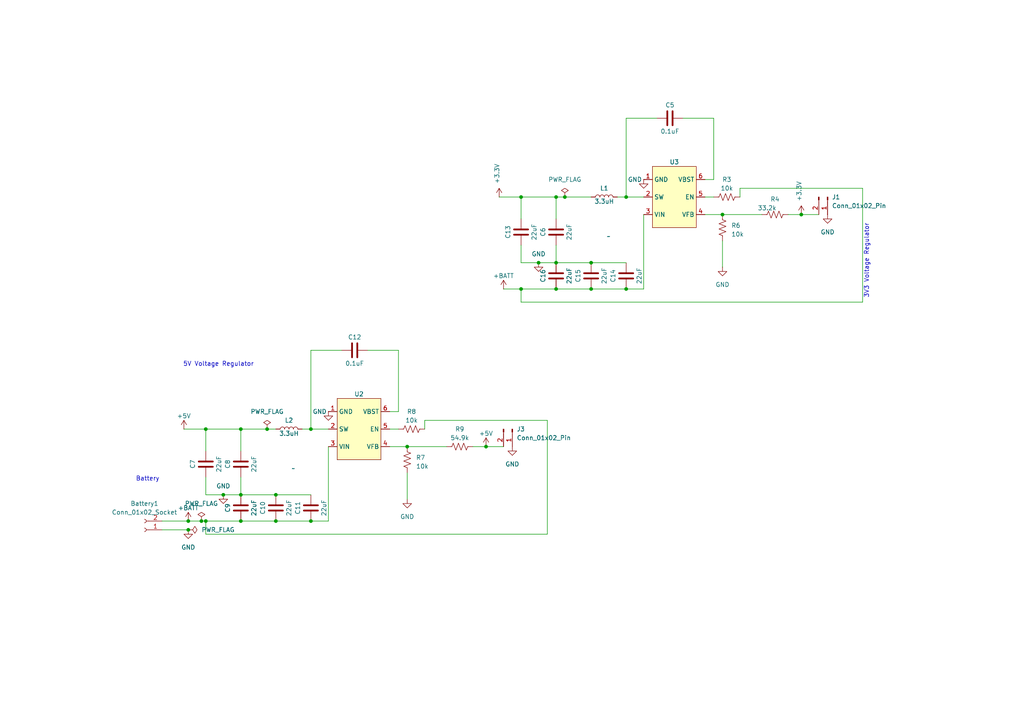
<source format=kicad_sch>
(kicad_sch
	(version 20231120)
	(generator "eeschema")
	(generator_version "8.0")
	(uuid "c1ed3438-812a-4dd4-920f-648e552f7270")
	(paper "A4")
	(lib_symbols
		(symbol "Connector:Conn_01x02_Pin"
			(pin_names
				(offset 1.016) hide)
			(exclude_from_sim no)
			(in_bom yes)
			(on_board yes)
			(property "Reference" "J"
				(at 0 2.54 0)
				(effects
					(font
						(size 1.27 1.27)
					)
				)
			)
			(property "Value" "Conn_01x02_Pin"
				(at 0 -5.08 0)
				(effects
					(font
						(size 1.27 1.27)
					)
				)
			)
			(property "Footprint" ""
				(at 0 0 0)
				(effects
					(font
						(size 1.27 1.27)
					)
					(hide yes)
				)
			)
			(property "Datasheet" "~"
				(at 0 0 0)
				(effects
					(font
						(size 1.27 1.27)
					)
					(hide yes)
				)
			)
			(property "Description" "Generic connector, single row, 01x02, script generated"
				(at 0 0 0)
				(effects
					(font
						(size 1.27 1.27)
					)
					(hide yes)
				)
			)
			(property "ki_locked" ""
				(at 0 0 0)
				(effects
					(font
						(size 1.27 1.27)
					)
				)
			)
			(property "ki_keywords" "connector"
				(at 0 0 0)
				(effects
					(font
						(size 1.27 1.27)
					)
					(hide yes)
				)
			)
			(property "ki_fp_filters" "Connector*:*_1x??_*"
				(at 0 0 0)
				(effects
					(font
						(size 1.27 1.27)
					)
					(hide yes)
				)
			)
			(symbol "Conn_01x02_Pin_1_1"
				(polyline
					(pts
						(xy 1.27 -2.54) (xy 0.8636 -2.54)
					)
					(stroke
						(width 0.1524)
						(type default)
					)
					(fill
						(type none)
					)
				)
				(polyline
					(pts
						(xy 1.27 0) (xy 0.8636 0)
					)
					(stroke
						(width 0.1524)
						(type default)
					)
					(fill
						(type none)
					)
				)
				(rectangle
					(start 0.8636 -2.413)
					(end 0 -2.667)
					(stroke
						(width 0.1524)
						(type default)
					)
					(fill
						(type outline)
					)
				)
				(rectangle
					(start 0.8636 0.127)
					(end 0 -0.127)
					(stroke
						(width 0.1524)
						(type default)
					)
					(fill
						(type outline)
					)
				)
				(pin passive line
					(at 5.08 0 180)
					(length 3.81)
					(name "Pin_1"
						(effects
							(font
								(size 1.27 1.27)
							)
						)
					)
					(number "1"
						(effects
							(font
								(size 1.27 1.27)
							)
						)
					)
				)
				(pin passive line
					(at 5.08 -2.54 180)
					(length 3.81)
					(name "Pin_2"
						(effects
							(font
								(size 1.27 1.27)
							)
						)
					)
					(number "2"
						(effects
							(font
								(size 1.27 1.27)
							)
						)
					)
				)
			)
		)
		(symbol "Connector:Conn_01x02_Socket"
			(pin_names
				(offset 1.016) hide)
			(exclude_from_sim no)
			(in_bom yes)
			(on_board yes)
			(property "Reference" "J"
				(at 0 2.54 0)
				(effects
					(font
						(size 1.27 1.27)
					)
				)
			)
			(property "Value" "Conn_01x02_Socket"
				(at 0 -5.08 0)
				(effects
					(font
						(size 1.27 1.27)
					)
				)
			)
			(property "Footprint" ""
				(at 0 0 0)
				(effects
					(font
						(size 1.27 1.27)
					)
					(hide yes)
				)
			)
			(property "Datasheet" "~"
				(at 0 0 0)
				(effects
					(font
						(size 1.27 1.27)
					)
					(hide yes)
				)
			)
			(property "Description" "Generic connector, single row, 01x02, script generated"
				(at 0 0 0)
				(effects
					(font
						(size 1.27 1.27)
					)
					(hide yes)
				)
			)
			(property "ki_locked" ""
				(at 0 0 0)
				(effects
					(font
						(size 1.27 1.27)
					)
				)
			)
			(property "ki_keywords" "connector"
				(at 0 0 0)
				(effects
					(font
						(size 1.27 1.27)
					)
					(hide yes)
				)
			)
			(property "ki_fp_filters" "Connector*:*_1x??_*"
				(at 0 0 0)
				(effects
					(font
						(size 1.27 1.27)
					)
					(hide yes)
				)
			)
			(symbol "Conn_01x02_Socket_1_1"
				(arc
					(start 0 -2.032)
					(mid -0.5058 -2.54)
					(end 0 -3.048)
					(stroke
						(width 0.1524)
						(type default)
					)
					(fill
						(type none)
					)
				)
				(polyline
					(pts
						(xy -1.27 -2.54) (xy -0.508 -2.54)
					)
					(stroke
						(width 0.1524)
						(type default)
					)
					(fill
						(type none)
					)
				)
				(polyline
					(pts
						(xy -1.27 0) (xy -0.508 0)
					)
					(stroke
						(width 0.1524)
						(type default)
					)
					(fill
						(type none)
					)
				)
				(arc
					(start 0 0.508)
					(mid -0.5058 0)
					(end 0 -0.508)
					(stroke
						(width 0.1524)
						(type default)
					)
					(fill
						(type none)
					)
				)
				(pin passive line
					(at -5.08 0 0)
					(length 3.81)
					(name "Pin_1"
						(effects
							(font
								(size 1.27 1.27)
							)
						)
					)
					(number "1"
						(effects
							(font
								(size 1.27 1.27)
							)
						)
					)
				)
				(pin passive line
					(at -5.08 -2.54 0)
					(length 3.81)
					(name "Pin_2"
						(effects
							(font
								(size 1.27 1.27)
							)
						)
					)
					(number "2"
						(effects
							(font
								(size 1.27 1.27)
							)
						)
					)
				)
			)
		)
		(symbol "Device:C"
			(pin_numbers hide)
			(pin_names
				(offset 0.254)
			)
			(exclude_from_sim no)
			(in_bom yes)
			(on_board yes)
			(property "Reference" "C"
				(at 0.635 2.54 0)
				(effects
					(font
						(size 1.27 1.27)
					)
					(justify left)
				)
			)
			(property "Value" "C"
				(at 0.635 -2.54 0)
				(effects
					(font
						(size 1.27 1.27)
					)
					(justify left)
				)
			)
			(property "Footprint" ""
				(at 0.9652 -3.81 0)
				(effects
					(font
						(size 1.27 1.27)
					)
					(hide yes)
				)
			)
			(property "Datasheet" "~"
				(at 0 0 0)
				(effects
					(font
						(size 1.27 1.27)
					)
					(hide yes)
				)
			)
			(property "Description" "Unpolarized capacitor"
				(at 0 0 0)
				(effects
					(font
						(size 1.27 1.27)
					)
					(hide yes)
				)
			)
			(property "ki_keywords" "cap capacitor"
				(at 0 0 0)
				(effects
					(font
						(size 1.27 1.27)
					)
					(hide yes)
				)
			)
			(property "ki_fp_filters" "C_*"
				(at 0 0 0)
				(effects
					(font
						(size 1.27 1.27)
					)
					(hide yes)
				)
			)
			(symbol "C_0_1"
				(polyline
					(pts
						(xy -2.032 -0.762) (xy 2.032 -0.762)
					)
					(stroke
						(width 0.508)
						(type default)
					)
					(fill
						(type none)
					)
				)
				(polyline
					(pts
						(xy -2.032 0.762) (xy 2.032 0.762)
					)
					(stroke
						(width 0.508)
						(type default)
					)
					(fill
						(type none)
					)
				)
			)
			(symbol "C_1_1"
				(pin passive line
					(at 0 3.81 270)
					(length 2.794)
					(name "~"
						(effects
							(font
								(size 1.27 1.27)
							)
						)
					)
					(number "1"
						(effects
							(font
								(size 1.27 1.27)
							)
						)
					)
				)
				(pin passive line
					(at 0 -3.81 90)
					(length 2.794)
					(name "~"
						(effects
							(font
								(size 1.27 1.27)
							)
						)
					)
					(number "2"
						(effects
							(font
								(size 1.27 1.27)
							)
						)
					)
				)
			)
		)
		(symbol "Device:L"
			(pin_numbers hide)
			(pin_names
				(offset 1.016) hide)
			(exclude_from_sim no)
			(in_bom yes)
			(on_board yes)
			(property "Reference" "L"
				(at -1.27 0 90)
				(effects
					(font
						(size 1.27 1.27)
					)
				)
			)
			(property "Value" "L"
				(at 1.905 0 90)
				(effects
					(font
						(size 1.27 1.27)
					)
				)
			)
			(property "Footprint" ""
				(at 0 0 0)
				(effects
					(font
						(size 1.27 1.27)
					)
					(hide yes)
				)
			)
			(property "Datasheet" "~"
				(at 0 0 0)
				(effects
					(font
						(size 1.27 1.27)
					)
					(hide yes)
				)
			)
			(property "Description" "Inductor"
				(at 0 0 0)
				(effects
					(font
						(size 1.27 1.27)
					)
					(hide yes)
				)
			)
			(property "ki_keywords" "inductor choke coil reactor magnetic"
				(at 0 0 0)
				(effects
					(font
						(size 1.27 1.27)
					)
					(hide yes)
				)
			)
			(property "ki_fp_filters" "Choke_* *Coil* Inductor_* L_*"
				(at 0 0 0)
				(effects
					(font
						(size 1.27 1.27)
					)
					(hide yes)
				)
			)
			(symbol "L_0_1"
				(arc
					(start 0 -2.54)
					(mid 0.6323 -1.905)
					(end 0 -1.27)
					(stroke
						(width 0)
						(type default)
					)
					(fill
						(type none)
					)
				)
				(arc
					(start 0 -1.27)
					(mid 0.6323 -0.635)
					(end 0 0)
					(stroke
						(width 0)
						(type default)
					)
					(fill
						(type none)
					)
				)
				(arc
					(start 0 0)
					(mid 0.6323 0.635)
					(end 0 1.27)
					(stroke
						(width 0)
						(type default)
					)
					(fill
						(type none)
					)
				)
				(arc
					(start 0 1.27)
					(mid 0.6323 1.905)
					(end 0 2.54)
					(stroke
						(width 0)
						(type default)
					)
					(fill
						(type none)
					)
				)
			)
			(symbol "L_1_1"
				(pin passive line
					(at 0 3.81 270)
					(length 1.27)
					(name "1"
						(effects
							(font
								(size 1.27 1.27)
							)
						)
					)
					(number "1"
						(effects
							(font
								(size 1.27 1.27)
							)
						)
					)
				)
				(pin passive line
					(at 0 -3.81 90)
					(length 1.27)
					(name "2"
						(effects
							(font
								(size 1.27 1.27)
							)
						)
					)
					(number "2"
						(effects
							(font
								(size 1.27 1.27)
							)
						)
					)
				)
			)
		)
		(symbol "Device:R_US"
			(pin_numbers hide)
			(pin_names
				(offset 0)
			)
			(exclude_from_sim no)
			(in_bom yes)
			(on_board yes)
			(property "Reference" "R"
				(at 2.54 0 90)
				(effects
					(font
						(size 1.27 1.27)
					)
				)
			)
			(property "Value" "R_US"
				(at -2.54 0 90)
				(effects
					(font
						(size 1.27 1.27)
					)
				)
			)
			(property "Footprint" ""
				(at 1.016 -0.254 90)
				(effects
					(font
						(size 1.27 1.27)
					)
					(hide yes)
				)
			)
			(property "Datasheet" "~"
				(at 0 0 0)
				(effects
					(font
						(size 1.27 1.27)
					)
					(hide yes)
				)
			)
			(property "Description" "Resistor, US symbol"
				(at 0 0 0)
				(effects
					(font
						(size 1.27 1.27)
					)
					(hide yes)
				)
			)
			(property "ki_keywords" "R res resistor"
				(at 0 0 0)
				(effects
					(font
						(size 1.27 1.27)
					)
					(hide yes)
				)
			)
			(property "ki_fp_filters" "R_*"
				(at 0 0 0)
				(effects
					(font
						(size 1.27 1.27)
					)
					(hide yes)
				)
			)
			(symbol "R_US_0_1"
				(polyline
					(pts
						(xy 0 -2.286) (xy 0 -2.54)
					)
					(stroke
						(width 0)
						(type default)
					)
					(fill
						(type none)
					)
				)
				(polyline
					(pts
						(xy 0 2.286) (xy 0 2.54)
					)
					(stroke
						(width 0)
						(type default)
					)
					(fill
						(type none)
					)
				)
				(polyline
					(pts
						(xy 0 -0.762) (xy 1.016 -1.143) (xy 0 -1.524) (xy -1.016 -1.905) (xy 0 -2.286)
					)
					(stroke
						(width 0)
						(type default)
					)
					(fill
						(type none)
					)
				)
				(polyline
					(pts
						(xy 0 0.762) (xy 1.016 0.381) (xy 0 0) (xy -1.016 -0.381) (xy 0 -0.762)
					)
					(stroke
						(width 0)
						(type default)
					)
					(fill
						(type none)
					)
				)
				(polyline
					(pts
						(xy 0 2.286) (xy 1.016 1.905) (xy 0 1.524) (xy -1.016 1.143) (xy 0 0.762)
					)
					(stroke
						(width 0)
						(type default)
					)
					(fill
						(type none)
					)
				)
			)
			(symbol "R_US_1_1"
				(pin passive line
					(at 0 3.81 270)
					(length 1.27)
					(name "~"
						(effects
							(font
								(size 1.27 1.27)
							)
						)
					)
					(number "1"
						(effects
							(font
								(size 1.27 1.27)
							)
						)
					)
				)
				(pin passive line
					(at 0 -3.81 90)
					(length 1.27)
					(name "~"
						(effects
							(font
								(size 1.27 1.27)
							)
						)
					)
					(number "2"
						(effects
							(font
								(size 1.27 1.27)
							)
						)
					)
				)
			)
		)
		(symbol "Regulators:TPS563208DDCR"
			(exclude_from_sim no)
			(in_bom yes)
			(on_board yes)
			(property "Reference" "U"
				(at -5.08 10.16 0)
				(effects
					(font
						(size 1.27 1.27)
					)
				)
			)
			(property "Value" ""
				(at -19.05 -11.43 0)
				(effects
					(font
						(size 1.27 1.27)
					)
				)
			)
			(property "Footprint" ""
				(at -19.05 -11.43 0)
				(effects
					(font
						(size 1.27 1.27)
					)
					(hide yes)
				)
			)
			(property "Datasheet" ""
				(at -19.05 -11.43 0)
				(effects
					(font
						(size 1.27 1.27)
					)
					(hide yes)
				)
			)
			(property "Description" ""
				(at 0 0 0)
				(effects
					(font
						(size 1.27 1.27)
					)
					(hide yes)
				)
			)
			(symbol "TPS563208DDCR_0_1"
				(rectangle
					(start -6.35 8.89)
					(end 6.35 -8.89)
					(stroke
						(width 0)
						(type default)
					)
					(fill
						(type background)
					)
				)
			)
			(symbol "TPS563208DDCR_1_1"
				(pin input line
					(at -8.89 5.08 0)
					(length 2.54)
					(name "GND"
						(effects
							(font
								(size 1.27 1.27)
							)
						)
					)
					(number "1"
						(effects
							(font
								(size 1.27 1.27)
							)
						)
					)
				)
				(pin input line
					(at -8.89 0 0)
					(length 2.54)
					(name "SW"
						(effects
							(font
								(size 1.27 1.27)
							)
						)
					)
					(number "2"
						(effects
							(font
								(size 1.27 1.27)
							)
						)
					)
				)
				(pin input line
					(at -8.89 -5.08 0)
					(length 2.54)
					(name "VIN"
						(effects
							(font
								(size 1.27 1.27)
							)
						)
					)
					(number "3"
						(effects
							(font
								(size 1.27 1.27)
							)
						)
					)
				)
				(pin input line
					(at 8.89 -5.08 180)
					(length 2.54)
					(name "VFB"
						(effects
							(font
								(size 1.27 1.27)
							)
						)
					)
					(number "4"
						(effects
							(font
								(size 1.27 1.27)
							)
						)
					)
				)
				(pin input line
					(at 8.89 0 180)
					(length 2.54)
					(name "EN"
						(effects
							(font
								(size 1.27 1.27)
							)
						)
					)
					(number "5"
						(effects
							(font
								(size 1.27 1.27)
							)
						)
					)
				)
				(pin input line
					(at 8.89 5.08 180)
					(length 2.54)
					(name "VBST"
						(effects
							(font
								(size 1.27 1.27)
							)
						)
					)
					(number "6"
						(effects
							(font
								(size 1.27 1.27)
							)
						)
					)
				)
			)
		)
		(symbol "power:+3.3V"
			(power)
			(pin_numbers hide)
			(pin_names
				(offset 0) hide)
			(exclude_from_sim no)
			(in_bom yes)
			(on_board yes)
			(property "Reference" "#PWR"
				(at 0 -3.81 0)
				(effects
					(font
						(size 1.27 1.27)
					)
					(hide yes)
				)
			)
			(property "Value" "+3.3V"
				(at 0 3.556 0)
				(effects
					(font
						(size 1.27 1.27)
					)
				)
			)
			(property "Footprint" ""
				(at 0 0 0)
				(effects
					(font
						(size 1.27 1.27)
					)
					(hide yes)
				)
			)
			(property "Datasheet" ""
				(at 0 0 0)
				(effects
					(font
						(size 1.27 1.27)
					)
					(hide yes)
				)
			)
			(property "Description" "Power symbol creates a global label with name \"+3.3V\""
				(at 0 0 0)
				(effects
					(font
						(size 1.27 1.27)
					)
					(hide yes)
				)
			)
			(property "ki_keywords" "global power"
				(at 0 0 0)
				(effects
					(font
						(size 1.27 1.27)
					)
					(hide yes)
				)
			)
			(symbol "+3.3V_0_1"
				(polyline
					(pts
						(xy -0.762 1.27) (xy 0 2.54)
					)
					(stroke
						(width 0)
						(type default)
					)
					(fill
						(type none)
					)
				)
				(polyline
					(pts
						(xy 0 0) (xy 0 2.54)
					)
					(stroke
						(width 0)
						(type default)
					)
					(fill
						(type none)
					)
				)
				(polyline
					(pts
						(xy 0 2.54) (xy 0.762 1.27)
					)
					(stroke
						(width 0)
						(type default)
					)
					(fill
						(type none)
					)
				)
			)
			(symbol "+3.3V_1_1"
				(pin power_in line
					(at 0 0 90)
					(length 0)
					(name "~"
						(effects
							(font
								(size 1.27 1.27)
							)
						)
					)
					(number "1"
						(effects
							(font
								(size 1.27 1.27)
							)
						)
					)
				)
			)
		)
		(symbol "power:+5V"
			(power)
			(pin_numbers hide)
			(pin_names
				(offset 0) hide)
			(exclude_from_sim no)
			(in_bom yes)
			(on_board yes)
			(property "Reference" "#PWR"
				(at 0 -3.81 0)
				(effects
					(font
						(size 1.27 1.27)
					)
					(hide yes)
				)
			)
			(property "Value" "+5V"
				(at 0 3.556 0)
				(effects
					(font
						(size 1.27 1.27)
					)
				)
			)
			(property "Footprint" ""
				(at 0 0 0)
				(effects
					(font
						(size 1.27 1.27)
					)
					(hide yes)
				)
			)
			(property "Datasheet" ""
				(at 0 0 0)
				(effects
					(font
						(size 1.27 1.27)
					)
					(hide yes)
				)
			)
			(property "Description" "Power symbol creates a global label with name \"+5V\""
				(at 0 0 0)
				(effects
					(font
						(size 1.27 1.27)
					)
					(hide yes)
				)
			)
			(property "ki_keywords" "global power"
				(at 0 0 0)
				(effects
					(font
						(size 1.27 1.27)
					)
					(hide yes)
				)
			)
			(symbol "+5V_0_1"
				(polyline
					(pts
						(xy -0.762 1.27) (xy 0 2.54)
					)
					(stroke
						(width 0)
						(type default)
					)
					(fill
						(type none)
					)
				)
				(polyline
					(pts
						(xy 0 0) (xy 0 2.54)
					)
					(stroke
						(width 0)
						(type default)
					)
					(fill
						(type none)
					)
				)
				(polyline
					(pts
						(xy 0 2.54) (xy 0.762 1.27)
					)
					(stroke
						(width 0)
						(type default)
					)
					(fill
						(type none)
					)
				)
			)
			(symbol "+5V_1_1"
				(pin power_in line
					(at 0 0 90)
					(length 0)
					(name "~"
						(effects
							(font
								(size 1.27 1.27)
							)
						)
					)
					(number "1"
						(effects
							(font
								(size 1.27 1.27)
							)
						)
					)
				)
			)
		)
		(symbol "power:+BATT"
			(power)
			(pin_numbers hide)
			(pin_names
				(offset 0) hide)
			(exclude_from_sim no)
			(in_bom yes)
			(on_board yes)
			(property "Reference" "#PWR"
				(at 0 -3.81 0)
				(effects
					(font
						(size 1.27 1.27)
					)
					(hide yes)
				)
			)
			(property "Value" "+BATT"
				(at 0 3.556 0)
				(effects
					(font
						(size 1.27 1.27)
					)
				)
			)
			(property "Footprint" ""
				(at 0 0 0)
				(effects
					(font
						(size 1.27 1.27)
					)
					(hide yes)
				)
			)
			(property "Datasheet" ""
				(at 0 0 0)
				(effects
					(font
						(size 1.27 1.27)
					)
					(hide yes)
				)
			)
			(property "Description" "Power symbol creates a global label with name \"+BATT\""
				(at 0 0 0)
				(effects
					(font
						(size 1.27 1.27)
					)
					(hide yes)
				)
			)
			(property "ki_keywords" "global power battery"
				(at 0 0 0)
				(effects
					(font
						(size 1.27 1.27)
					)
					(hide yes)
				)
			)
			(symbol "+BATT_0_1"
				(polyline
					(pts
						(xy -0.762 1.27) (xy 0 2.54)
					)
					(stroke
						(width 0)
						(type default)
					)
					(fill
						(type none)
					)
				)
				(polyline
					(pts
						(xy 0 0) (xy 0 2.54)
					)
					(stroke
						(width 0)
						(type default)
					)
					(fill
						(type none)
					)
				)
				(polyline
					(pts
						(xy 0 2.54) (xy 0.762 1.27)
					)
					(stroke
						(width 0)
						(type default)
					)
					(fill
						(type none)
					)
				)
			)
			(symbol "+BATT_1_1"
				(pin power_in line
					(at 0 0 90)
					(length 0)
					(name "~"
						(effects
							(font
								(size 1.27 1.27)
							)
						)
					)
					(number "1"
						(effects
							(font
								(size 1.27 1.27)
							)
						)
					)
				)
			)
		)
		(symbol "power:GND"
			(power)
			(pin_numbers hide)
			(pin_names
				(offset 0) hide)
			(exclude_from_sim no)
			(in_bom yes)
			(on_board yes)
			(property "Reference" "#PWR"
				(at 0 -6.35 0)
				(effects
					(font
						(size 1.27 1.27)
					)
					(hide yes)
				)
			)
			(property "Value" "GND"
				(at 0 -3.81 0)
				(effects
					(font
						(size 1.27 1.27)
					)
				)
			)
			(property "Footprint" ""
				(at 0 0 0)
				(effects
					(font
						(size 1.27 1.27)
					)
					(hide yes)
				)
			)
			(property "Datasheet" ""
				(at 0 0 0)
				(effects
					(font
						(size 1.27 1.27)
					)
					(hide yes)
				)
			)
			(property "Description" "Power symbol creates a global label with name \"GND\" , ground"
				(at 0 0 0)
				(effects
					(font
						(size 1.27 1.27)
					)
					(hide yes)
				)
			)
			(property "ki_keywords" "global power"
				(at 0 0 0)
				(effects
					(font
						(size 1.27 1.27)
					)
					(hide yes)
				)
			)
			(symbol "GND_0_1"
				(polyline
					(pts
						(xy 0 0) (xy 0 -1.27) (xy 1.27 -1.27) (xy 0 -2.54) (xy -1.27 -1.27) (xy 0 -1.27)
					)
					(stroke
						(width 0)
						(type default)
					)
					(fill
						(type none)
					)
				)
			)
			(symbol "GND_1_1"
				(pin power_in line
					(at 0 0 270)
					(length 0)
					(name "~"
						(effects
							(font
								(size 1.27 1.27)
							)
						)
					)
					(number "1"
						(effects
							(font
								(size 1.27 1.27)
							)
						)
					)
				)
			)
		)
		(symbol "power:PWR_FLAG"
			(power)
			(pin_numbers hide)
			(pin_names
				(offset 0) hide)
			(exclude_from_sim no)
			(in_bom yes)
			(on_board yes)
			(property "Reference" "#FLG"
				(at 0 1.905 0)
				(effects
					(font
						(size 1.27 1.27)
					)
					(hide yes)
				)
			)
			(property "Value" "PWR_FLAG"
				(at 0 3.81 0)
				(effects
					(font
						(size 1.27 1.27)
					)
				)
			)
			(property "Footprint" ""
				(at 0 0 0)
				(effects
					(font
						(size 1.27 1.27)
					)
					(hide yes)
				)
			)
			(property "Datasheet" "~"
				(at 0 0 0)
				(effects
					(font
						(size 1.27 1.27)
					)
					(hide yes)
				)
			)
			(property "Description" "Special symbol for telling ERC where power comes from"
				(at 0 0 0)
				(effects
					(font
						(size 1.27 1.27)
					)
					(hide yes)
				)
			)
			(property "ki_keywords" "flag power"
				(at 0 0 0)
				(effects
					(font
						(size 1.27 1.27)
					)
					(hide yes)
				)
			)
			(symbol "PWR_FLAG_0_0"
				(pin power_out line
					(at 0 0 90)
					(length 0)
					(name "~"
						(effects
							(font
								(size 1.27 1.27)
							)
						)
					)
					(number "1"
						(effects
							(font
								(size 1.27 1.27)
							)
						)
					)
				)
			)
			(symbol "PWR_FLAG_0_1"
				(polyline
					(pts
						(xy 0 0) (xy 0 1.27) (xy -1.016 1.905) (xy 0 2.54) (xy 1.016 1.905) (xy 0 1.27)
					)
					(stroke
						(width 0)
						(type default)
					)
					(fill
						(type none)
					)
				)
			)
		)
	)
	(junction
		(at 59.69 151.13)
		(diameter 0)
		(color 0 0 0 0)
		(uuid "0438ba9d-7efb-4576-aa2f-7a90eb2c0911")
	)
	(junction
		(at 54.61 153.67)
		(diameter 0)
		(color 0 0 0 0)
		(uuid "04fee876-d4ea-480b-9a4e-4753753634c2")
	)
	(junction
		(at 64.77 143.51)
		(diameter 0)
		(color 0 0 0 0)
		(uuid "0ba39700-6705-4a43-9ce5-3850ff987a11")
	)
	(junction
		(at 181.61 83.82)
		(diameter 0)
		(color 0 0 0 0)
		(uuid "132d7e59-fef7-4fd3-a920-fcab91101b2f")
	)
	(junction
		(at 161.29 83.82)
		(diameter 0)
		(color 0 0 0 0)
		(uuid "2910809a-1fe1-40c9-9033-b460b21360af")
	)
	(junction
		(at 90.17 124.46)
		(diameter 0)
		(color 0 0 0 0)
		(uuid "3d6fadd1-6b81-4663-b84f-962d8e2f49df")
	)
	(junction
		(at 171.45 76.2)
		(diameter 0)
		(color 0 0 0 0)
		(uuid "44250dc3-17c9-49e4-903f-45fa56ebe100")
	)
	(junction
		(at 232.41 62.23)
		(diameter 0)
		(color 0 0 0 0)
		(uuid "5b00a5f3-8d55-4cd3-962f-0041adbd8f2a")
	)
	(junction
		(at 163.83 57.15)
		(diameter 0)
		(color 0 0 0 0)
		(uuid "5ca7320a-41a6-4cee-b2fc-9b819b6dee2d")
	)
	(junction
		(at 59.69 124.46)
		(diameter 0)
		(color 0 0 0 0)
		(uuid "616c3ff8-0b91-4f65-9291-1d06ba4bd0ce")
	)
	(junction
		(at 161.29 57.15)
		(diameter 0)
		(color 0 0 0 0)
		(uuid "61eaac5a-e6a0-42ca-a6b2-4020daac7601")
	)
	(junction
		(at 140.97 129.54)
		(diameter 0)
		(color 0 0 0 0)
		(uuid "7c50fb53-09f8-4bbb-82db-dfd1a93fc004")
	)
	(junction
		(at 69.85 124.46)
		(diameter 0)
		(color 0 0 0 0)
		(uuid "869dfcba-ce4e-4b42-ae39-fdd7c08d71a4")
	)
	(junction
		(at 69.85 151.13)
		(diameter 0)
		(color 0 0 0 0)
		(uuid "8fa439ed-f1c1-4fce-beb2-f1aa522efea3")
	)
	(junction
		(at 209.55 62.23)
		(diameter 0)
		(color 0 0 0 0)
		(uuid "b1bdf701-82aa-41bd-8cd1-651f110b30df")
	)
	(junction
		(at 80.01 151.13)
		(diameter 0)
		(color 0 0 0 0)
		(uuid "b415a424-af6d-48cb-bc28-9e31a47a003a")
	)
	(junction
		(at 69.85 143.51)
		(diameter 0)
		(color 0 0 0 0)
		(uuid "b945084f-300c-462e-ab3a-f2b14462750e")
	)
	(junction
		(at 151.13 57.15)
		(diameter 0)
		(color 0 0 0 0)
		(uuid "ba75bb41-d62f-40b9-b6e9-656ab3779737")
	)
	(junction
		(at 181.61 57.15)
		(diameter 0)
		(color 0 0 0 0)
		(uuid "bb23052c-f41f-4691-b7a7-995fbc4d8f01")
	)
	(junction
		(at 77.47 124.46)
		(diameter 0)
		(color 0 0 0 0)
		(uuid "c24517fb-edc4-4923-88b4-a88e4e27a2d2")
	)
	(junction
		(at 54.61 151.13)
		(diameter 0)
		(color 0 0 0 0)
		(uuid "c677473a-a44f-4ae4-9ee7-8e24806d6cbe")
	)
	(junction
		(at 118.11 129.54)
		(diameter 0)
		(color 0 0 0 0)
		(uuid "c6d1f25f-fec4-4add-a1c8-263afb7929e5")
	)
	(junction
		(at 171.45 83.82)
		(diameter 0)
		(color 0 0 0 0)
		(uuid "cb6e4c26-81d4-467f-9341-186329def3d5")
	)
	(junction
		(at 80.01 143.51)
		(diameter 0)
		(color 0 0 0 0)
		(uuid "cc2c3347-2c9f-4672-aafb-92214503ef09")
	)
	(junction
		(at 161.29 76.2)
		(diameter 0)
		(color 0 0 0 0)
		(uuid "d3ee832e-e4a7-46b9-8d1f-be18a0bc887c")
	)
	(junction
		(at 90.17 151.13)
		(diameter 0)
		(color 0 0 0 0)
		(uuid "e200030a-b6b8-426c-9b6e-25727a54928f")
	)
	(junction
		(at 58.42 151.13)
		(diameter 0)
		(color 0 0 0 0)
		(uuid "e6d5a448-3663-429a-961c-cbd80ca9dab2")
	)
	(junction
		(at 156.21 76.2)
		(diameter 0)
		(color 0 0 0 0)
		(uuid "e74eda30-74c2-4fb2-9253-bdc9dcf9d901")
	)
	(junction
		(at 151.13 83.82)
		(diameter 0)
		(color 0 0 0 0)
		(uuid "fa4e19ac-b86f-4236-af2e-d379832d9b17")
	)
	(wire
		(pts
			(xy 59.69 130.81) (xy 59.69 124.46)
		)
		(stroke
			(width 0)
			(type default)
		)
		(uuid "0019b038-87d0-4163-bdb0-b1041804f422")
	)
	(wire
		(pts
			(xy 181.61 57.15) (xy 186.69 57.15)
		)
		(stroke
			(width 0)
			(type default)
		)
		(uuid "0243a31c-eee2-4987-ab05-2a195f8fb992")
	)
	(wire
		(pts
			(xy 144.78 57.15) (xy 151.13 57.15)
		)
		(stroke
			(width 0)
			(type default)
		)
		(uuid "04c8d964-7074-465f-bbed-42f16b255ba8")
	)
	(wire
		(pts
			(xy 158.75 154.94) (xy 59.69 154.94)
		)
		(stroke
			(width 0)
			(type default)
		)
		(uuid "05e704f9-1142-42f1-9872-5cbbbe82c7db")
	)
	(wire
		(pts
			(xy 123.19 121.92) (xy 123.19 124.46)
		)
		(stroke
			(width 0)
			(type default)
		)
		(uuid "0669289e-c6ea-4ab9-89d1-6e22326d18f2")
	)
	(wire
		(pts
			(xy 69.85 143.51) (xy 64.77 143.51)
		)
		(stroke
			(width 0)
			(type default)
		)
		(uuid "0863d9f6-e9a1-49cb-8b30-370700e6c0fe")
	)
	(wire
		(pts
			(xy 250.19 87.63) (xy 151.13 87.63)
		)
		(stroke
			(width 0)
			(type default)
		)
		(uuid "0fb7beca-927c-4d4e-893c-915bfb962fbe")
	)
	(wire
		(pts
			(xy 129.54 129.54) (xy 118.11 129.54)
		)
		(stroke
			(width 0)
			(type default)
		)
		(uuid "13ab2f64-2c66-4013-971a-a3c1f7453eb9")
	)
	(wire
		(pts
			(xy 151.13 63.5) (xy 151.13 57.15)
		)
		(stroke
			(width 0)
			(type default)
		)
		(uuid "13d95d6b-e16b-4049-85dd-8ace7aa57605")
	)
	(wire
		(pts
			(xy 99.06 101.6) (xy 90.17 101.6)
		)
		(stroke
			(width 0)
			(type default)
		)
		(uuid "145f32ec-8745-4d13-b7a8-8adea8ade748")
	)
	(wire
		(pts
			(xy 207.01 52.07) (xy 204.47 52.07)
		)
		(stroke
			(width 0)
			(type default)
		)
		(uuid "17afb714-3d1a-4a14-ab96-b621ce08f441")
	)
	(wire
		(pts
			(xy 161.29 76.2) (xy 156.21 76.2)
		)
		(stroke
			(width 0)
			(type default)
		)
		(uuid "181bb86f-b7f8-473c-9f07-ecbe0b90e3b7")
	)
	(wire
		(pts
			(xy 207.01 57.15) (xy 204.47 57.15)
		)
		(stroke
			(width 0)
			(type default)
		)
		(uuid "1e8e333c-5a90-40fc-8a4d-a6e91eb52806")
	)
	(wire
		(pts
			(xy 53.34 124.46) (xy 59.69 124.46)
		)
		(stroke
			(width 0)
			(type default)
		)
		(uuid "232b7d13-03e5-4401-a050-8100fe079865")
	)
	(wire
		(pts
			(xy 54.61 151.13) (xy 58.42 151.13)
		)
		(stroke
			(width 0)
			(type default)
		)
		(uuid "27a1b78a-aa4c-474a-8caa-7fed9fe4c994")
	)
	(wire
		(pts
			(xy 151.13 87.63) (xy 151.13 83.82)
		)
		(stroke
			(width 0)
			(type default)
		)
		(uuid "28267f93-3b5b-48d5-8b50-01f2ca827933")
	)
	(wire
		(pts
			(xy 232.41 62.23) (xy 228.6 62.23)
		)
		(stroke
			(width 0)
			(type default)
		)
		(uuid "29b60dc5-1329-4bf3-aae0-d67c161325c4")
	)
	(wire
		(pts
			(xy 179.07 57.15) (xy 181.61 57.15)
		)
		(stroke
			(width 0)
			(type default)
		)
		(uuid "2cc816e4-14d8-4807-84c8-b931265d3adf")
	)
	(wire
		(pts
			(xy 69.85 138.43) (xy 69.85 143.51)
		)
		(stroke
			(width 0)
			(type default)
		)
		(uuid "2f8cec0c-f875-4171-ac88-b1ae062a72cb")
	)
	(wire
		(pts
			(xy 115.57 119.38) (xy 115.57 101.6)
		)
		(stroke
			(width 0)
			(type default)
		)
		(uuid "33eef2d1-9b14-4af8-a80d-9c64c179d0ff")
	)
	(wire
		(pts
			(xy 161.29 63.5) (xy 161.29 57.15)
		)
		(stroke
			(width 0)
			(type default)
		)
		(uuid "391105fd-1dab-4877-84f1-4b9afa559548")
	)
	(wire
		(pts
			(xy 214.63 54.61) (xy 214.63 57.15)
		)
		(stroke
			(width 0)
			(type default)
		)
		(uuid "3c062673-7a00-43a6-bca6-795be7156faf")
	)
	(wire
		(pts
			(xy 90.17 143.51) (xy 80.01 143.51)
		)
		(stroke
			(width 0)
			(type default)
		)
		(uuid "3fafa1e8-7110-4597-beb1-c3f04b7f7dcd")
	)
	(wire
		(pts
			(xy 54.61 153.67) (xy 46.99 153.67)
		)
		(stroke
			(width 0)
			(type default)
		)
		(uuid "40c43eeb-f39e-40e4-ab62-d425089cfcd6")
	)
	(wire
		(pts
			(xy 186.69 83.82) (xy 181.61 83.82)
		)
		(stroke
			(width 0)
			(type default)
		)
		(uuid "40ff4eef-1cea-4ef5-82c9-be62e6381191")
	)
	(wire
		(pts
			(xy 171.45 76.2) (xy 161.29 76.2)
		)
		(stroke
			(width 0)
			(type default)
		)
		(uuid "46c50aff-c791-4c80-bbf1-a1b0ccfe28f9")
	)
	(wire
		(pts
			(xy 59.69 151.13) (xy 69.85 151.13)
		)
		(stroke
			(width 0)
			(type default)
		)
		(uuid "4a4607b2-914e-4240-909f-e4d4488d4b4f")
	)
	(wire
		(pts
			(xy 59.69 154.94) (xy 59.69 151.13)
		)
		(stroke
			(width 0)
			(type default)
		)
		(uuid "4b8b6dca-6f74-4b16-95bf-725f6d980e08")
	)
	(wire
		(pts
			(xy 250.19 54.61) (xy 250.19 87.63)
		)
		(stroke
			(width 0)
			(type default)
		)
		(uuid "4d11127e-ab80-491c-b496-8706e7e64977")
	)
	(wire
		(pts
			(xy 90.17 124.46) (xy 95.25 124.46)
		)
		(stroke
			(width 0)
			(type default)
		)
		(uuid "55cdfae6-8c22-4359-b2aa-14cc615e0065")
	)
	(wire
		(pts
			(xy 80.01 143.51) (xy 69.85 143.51)
		)
		(stroke
			(width 0)
			(type default)
		)
		(uuid "569d6fb5-cf0c-436a-a782-3a36abcdfb60")
	)
	(wire
		(pts
			(xy 151.13 57.15) (xy 161.29 57.15)
		)
		(stroke
			(width 0)
			(type default)
		)
		(uuid "56d5afe5-12cc-473d-be03-e42051cd734f")
	)
	(wire
		(pts
			(xy 161.29 71.12) (xy 161.29 76.2)
		)
		(stroke
			(width 0)
			(type default)
		)
		(uuid "5860f727-7566-47d3-90f2-5ee5cc227b48")
	)
	(wire
		(pts
			(xy 115.57 119.38) (xy 113.03 119.38)
		)
		(stroke
			(width 0)
			(type default)
		)
		(uuid "5a4926c2-f60d-45a7-9ae3-93b1a34e42f7")
	)
	(wire
		(pts
			(xy 171.45 83.82) (xy 181.61 83.82)
		)
		(stroke
			(width 0)
			(type default)
		)
		(uuid "5d490e2c-ab38-4cd2-a1a9-f89a6653935d")
	)
	(wire
		(pts
			(xy 46.99 151.13) (xy 54.61 151.13)
		)
		(stroke
			(width 0)
			(type default)
		)
		(uuid "5f599ac8-bae5-4509-8358-d685238d2c97")
	)
	(wire
		(pts
			(xy 209.55 69.85) (xy 209.55 77.47)
		)
		(stroke
			(width 0)
			(type default)
		)
		(uuid "67e1bdc9-5b97-4640-9e29-e85da1fd0ba0")
	)
	(wire
		(pts
			(xy 95.25 129.54) (xy 95.25 151.13)
		)
		(stroke
			(width 0)
			(type default)
		)
		(uuid "67e9a3b8-51c6-4379-b5b4-edb8f1e6cb1a")
	)
	(wire
		(pts
			(xy 207.01 34.29) (xy 198.12 34.29)
		)
		(stroke
			(width 0)
			(type default)
		)
		(uuid "693bdf1c-6944-43c5-ae0c-b42a5a100af8")
	)
	(wire
		(pts
			(xy 140.97 129.54) (xy 146.05 129.54)
		)
		(stroke
			(width 0)
			(type default)
		)
		(uuid "6e89bca1-0071-4240-9602-f88472329256")
	)
	(wire
		(pts
			(xy 209.55 62.23) (xy 204.47 62.23)
		)
		(stroke
			(width 0)
			(type default)
		)
		(uuid "6f6733e9-0e6d-48ad-8ffb-a1b9e7b14739")
	)
	(wire
		(pts
			(xy 118.11 129.54) (xy 113.03 129.54)
		)
		(stroke
			(width 0)
			(type default)
		)
		(uuid "6faf7d53-a327-4567-8ed9-d63619037ab4")
	)
	(wire
		(pts
			(xy 214.63 54.61) (xy 250.19 54.61)
		)
		(stroke
			(width 0)
			(type default)
		)
		(uuid "6ff057c2-033c-43a4-84a8-8f77d7fd2989")
	)
	(wire
		(pts
			(xy 115.57 101.6) (xy 106.68 101.6)
		)
		(stroke
			(width 0)
			(type default)
		)
		(uuid "77aed957-d553-4d89-9509-6d6a2f4e35a1")
	)
	(wire
		(pts
			(xy 190.5 34.29) (xy 181.61 34.29)
		)
		(stroke
			(width 0)
			(type default)
		)
		(uuid "7e25cc4d-0dbe-43de-830b-c36a067ce3ca")
	)
	(wire
		(pts
			(xy 151.13 71.12) (xy 151.13 76.2)
		)
		(stroke
			(width 0)
			(type default)
		)
		(uuid "8151f8a4-eb77-493e-affb-068ef7f3a527")
	)
	(wire
		(pts
			(xy 95.25 151.13) (xy 90.17 151.13)
		)
		(stroke
			(width 0)
			(type default)
		)
		(uuid "8424d111-0d8c-4741-821f-8c96b4809e75")
	)
	(wire
		(pts
			(xy 151.13 76.2) (xy 156.21 76.2)
		)
		(stroke
			(width 0)
			(type default)
		)
		(uuid "856905c2-184d-4b4f-9e1c-4e07ef7c4563")
	)
	(wire
		(pts
			(xy 207.01 52.07) (xy 207.01 34.29)
		)
		(stroke
			(width 0)
			(type default)
		)
		(uuid "95a1c68c-01e1-40ee-89e8-08fd55627d75")
	)
	(wire
		(pts
			(xy 69.85 124.46) (xy 77.47 124.46)
		)
		(stroke
			(width 0)
			(type default)
		)
		(uuid "9dc87903-eb34-4989-b247-880bfe55fed5")
	)
	(wire
		(pts
			(xy 59.69 143.51) (xy 64.77 143.51)
		)
		(stroke
			(width 0)
			(type default)
		)
		(uuid "a2f06b3d-341e-4570-9c12-076fafa46863")
	)
	(wire
		(pts
			(xy 69.85 151.13) (xy 80.01 151.13)
		)
		(stroke
			(width 0)
			(type default)
		)
		(uuid "a637baa6-d513-41b6-ab12-c0ed687291c3")
	)
	(wire
		(pts
			(xy 158.75 121.92) (xy 158.75 154.94)
		)
		(stroke
			(width 0)
			(type default)
		)
		(uuid "a966eb79-785a-42ef-96fe-56e43716706d")
	)
	(wire
		(pts
			(xy 90.17 101.6) (xy 90.17 124.46)
		)
		(stroke
			(width 0)
			(type default)
		)
		(uuid "aabf52ba-af0a-4300-8540-7d3a8d52ebd0")
	)
	(wire
		(pts
			(xy 140.97 129.54) (xy 137.16 129.54)
		)
		(stroke
			(width 0)
			(type default)
		)
		(uuid "b6ba6bfc-3d0e-4299-909c-19c5debbcfaf")
	)
	(wire
		(pts
			(xy 58.42 151.13) (xy 59.69 151.13)
		)
		(stroke
			(width 0)
			(type default)
		)
		(uuid "b779c825-e0a3-4f58-b0a6-447a9ec0fd83")
	)
	(wire
		(pts
			(xy 77.47 124.46) (xy 80.01 124.46)
		)
		(stroke
			(width 0)
			(type default)
		)
		(uuid "b88253a8-af1e-494b-bc8c-b77431723cba")
	)
	(wire
		(pts
			(xy 220.98 62.23) (xy 209.55 62.23)
		)
		(stroke
			(width 0)
			(type default)
		)
		(uuid "bcdb23e6-9997-4d20-9831-2217929a9324")
	)
	(wire
		(pts
			(xy 181.61 76.2) (xy 171.45 76.2)
		)
		(stroke
			(width 0)
			(type default)
		)
		(uuid "c0005a08-84e4-416f-ac58-90e9d8646e95")
	)
	(wire
		(pts
			(xy 237.49 62.23) (xy 232.41 62.23)
		)
		(stroke
			(width 0)
			(type default)
		)
		(uuid "c1cd790d-cce7-4f70-9ff2-abea6787cc6f")
	)
	(wire
		(pts
			(xy 59.69 124.46) (xy 69.85 124.46)
		)
		(stroke
			(width 0)
			(type default)
		)
		(uuid "c5197c1a-04d8-4231-a599-626bed5d329e")
	)
	(wire
		(pts
			(xy 69.85 130.81) (xy 69.85 124.46)
		)
		(stroke
			(width 0)
			(type default)
		)
		(uuid "cd6a9e71-f2af-4a49-a89c-c61b1e5a8758")
	)
	(wire
		(pts
			(xy 163.83 57.15) (xy 171.45 57.15)
		)
		(stroke
			(width 0)
			(type default)
		)
		(uuid "cf378bfe-8b84-4ddc-8e6b-3d2dfda24cee")
	)
	(wire
		(pts
			(xy 161.29 83.82) (xy 171.45 83.82)
		)
		(stroke
			(width 0)
			(type default)
		)
		(uuid "d135f99b-77a5-410c-8c81-df12ca20be8b")
	)
	(wire
		(pts
			(xy 59.69 138.43) (xy 59.69 143.51)
		)
		(stroke
			(width 0)
			(type default)
		)
		(uuid "da9caecd-fe23-4426-a836-2407f6324bbb")
	)
	(wire
		(pts
			(xy 186.69 62.23) (xy 186.69 83.82)
		)
		(stroke
			(width 0)
			(type default)
		)
		(uuid "e082c6bf-8590-4af3-8e6e-bbfbac61ef7a")
	)
	(wire
		(pts
			(xy 181.61 34.29) (xy 181.61 57.15)
		)
		(stroke
			(width 0)
			(type default)
		)
		(uuid "eb60cdaf-eace-4da8-80d9-5dfacd249bed")
	)
	(wire
		(pts
			(xy 146.05 83.82) (xy 151.13 83.82)
		)
		(stroke
			(width 0)
			(type default)
		)
		(uuid "ebc0cab0-cd12-4341-a7ea-e0d6f95f57ef")
	)
	(wire
		(pts
			(xy 123.19 121.92) (xy 158.75 121.92)
		)
		(stroke
			(width 0)
			(type default)
		)
		(uuid "ee35f575-8424-4075-aeaa-21763cbb31a3")
	)
	(wire
		(pts
			(xy 118.11 137.16) (xy 118.11 144.78)
		)
		(stroke
			(width 0)
			(type default)
		)
		(uuid "f1a223ee-b91a-4e8c-ba1d-07c115aaa3ba")
	)
	(wire
		(pts
			(xy 151.13 83.82) (xy 161.29 83.82)
		)
		(stroke
			(width 0)
			(type default)
		)
		(uuid "f65374d2-0ce8-48bb-8fab-d491debe4c6c")
	)
	(wire
		(pts
			(xy 115.57 124.46) (xy 113.03 124.46)
		)
		(stroke
			(width 0)
			(type default)
		)
		(uuid "f75b0f2f-6fe5-4381-b7dc-31a98dedd729")
	)
	(wire
		(pts
			(xy 87.63 124.46) (xy 90.17 124.46)
		)
		(stroke
			(width 0)
			(type default)
		)
		(uuid "f9b31baf-f873-4fa7-a4da-d16bd628530b")
	)
	(wire
		(pts
			(xy 80.01 151.13) (xy 90.17 151.13)
		)
		(stroke
			(width 0)
			(type default)
		)
		(uuid "f9bc3360-f52f-4453-9dde-70ca5e2c9d33")
	)
	(wire
		(pts
			(xy 161.29 57.15) (xy 163.83 57.15)
		)
		(stroke
			(width 0)
			(type default)
		)
		(uuid "fc57713f-9632-4a20-a64a-3d9b57f3b3a8")
	)
	(text "5V Voltage Regulator"
		(exclude_from_sim no)
		(at 53.086 106.426 0)
		(effects
			(font
				(size 1.27 1.27)
			)
			(justify left bottom)
		)
		(uuid "00bf470d-68b7-408d-ab0b-11a5cf3df9f1")
	)
	(text "3V3 Voltage Regulator"
		(exclude_from_sim no)
		(at 252.095 64.77 90)
		(effects
			(font
				(size 1.27 1.27)
			)
			(justify right bottom)
		)
		(uuid "94acd85a-520e-4ed5-82de-30ab039dc1a6")
	)
	(text "Battery"
		(exclude_from_sim no)
		(at 39.37 139.7 0)
		(effects
			(font
				(size 1.27 1.27)
			)
			(justify left bottom)
		)
		(uuid "d97f9be2-78a8-4f95-bd74-5258dfaed542")
	)
	(symbol
		(lib_id "Connector:Conn_01x02_Pin")
		(at 240.03 57.15 270)
		(unit 1)
		(exclude_from_sim no)
		(in_bom yes)
		(on_board yes)
		(dnp no)
		(fields_autoplaced yes)
		(uuid "013f93fc-b64b-468f-bf79-cc50f5680f66")
		(property "Reference" "J1"
			(at 241.3 57.15 90)
			(effects
				(font
					(size 1.27 1.27)
				)
				(justify left)
			)
		)
		(property "Value" "Conn_01x02_Pin"
			(at 241.3 59.69 90)
			(effects
				(font
					(size 1.27 1.27)
				)
				(justify left)
			)
		)
		(property "Footprint" "Connector_JST:JST_XH_B2B-XH-A_1x02_P2.50mm_Vertical"
			(at 240.03 57.15 0)
			(effects
				(font
					(size 1.27 1.27)
				)
				(hide yes)
			)
		)
		(property "Datasheet" "~"
			(at 240.03 57.15 0)
			(effects
				(font
					(size 1.27 1.27)
				)
				(hide yes)
			)
		)
		(property "Description" "Generic connector, single row, 01x02, script generated"
			(at 240.03 57.15 0)
			(effects
				(font
					(size 1.27 1.27)
				)
				(hide yes)
			)
		)
		(pin "1"
			(uuid "12fe0059-893f-4309-ace6-5d37b27d5d64")
		)
		(pin "2"
			(uuid "8cfcb27f-d71b-47f3-b6ed-42a0268bf207")
		)
		(instances
			(project "control"
				(path "/e7781990-9217-47e0-bccf-d5b77eec6675/b8d62bcf-a267-4b73-8ea2-f4a56f657ebf"
					(reference "J1")
					(unit 1)
				)
			)
		)
	)
	(symbol
		(lib_id "Regulators:TPS563208DDCR")
		(at 195.58 57.15 0)
		(unit 1)
		(exclude_from_sim no)
		(in_bom yes)
		(on_board yes)
		(dnp no)
		(fields_autoplaced yes)
		(uuid "0173b03b-9992-4015-953f-c055c40df19a")
		(property "Reference" "U3"
			(at 195.58 46.99 0)
			(effects
				(font
					(size 1.27 1.27)
				)
			)
		)
		(property "Value" "~"
			(at 176.53 68.58 0)
			(effects
				(font
					(size 1.27 1.27)
				)
			)
		)
		(property "Footprint" "Package_TO_SOT_SMD:TSOT-23-6"
			(at 176.53 68.58 0)
			(effects
				(font
					(size 1.27 1.27)
				)
				(hide yes)
			)
		)
		(property "Datasheet" ""
			(at 176.53 68.58 0)
			(effects
				(font
					(size 1.27 1.27)
				)
				(hide yes)
			)
		)
		(property "Description" ""
			(at 195.58 57.15 0)
			(effects
				(font
					(size 1.27 1.27)
				)
				(hide yes)
			)
		)
		(pin "1"
			(uuid "9db06520-0e22-4a4a-87e2-4ba98438e5e9")
		)
		(pin "2"
			(uuid "eccfee77-652a-4aa1-b8e2-5af119b1cc94")
		)
		(pin "3"
			(uuid "c1572f6d-5898-47b0-b1c7-dbeaa0798fd4")
		)
		(pin "4"
			(uuid "7d0fc18c-59c6-45b8-ad70-5897b77c1014")
		)
		(pin "5"
			(uuid "83421e02-10d0-43a5-bde5-7e44907dd020")
		)
		(pin "6"
			(uuid "53df2332-a0a5-4c48-928c-3c37369e7f3c")
		)
		(instances
			(project "control"
				(path "/e7781990-9217-47e0-bccf-d5b77eec6675/b8d62bcf-a267-4b73-8ea2-f4a56f657ebf"
					(reference "U3")
					(unit 1)
				)
			)
		)
	)
	(symbol
		(lib_id "Device:C")
		(at 80.01 147.32 180)
		(unit 1)
		(exclude_from_sim no)
		(in_bom yes)
		(on_board yes)
		(dnp no)
		(uuid "08335d53-bf19-49c5-ad8b-81debd823e6b")
		(property "Reference" "C10"
			(at 76.2 147.32 90)
			(effects
				(font
					(size 1.27 1.27)
				)
			)
		)
		(property "Value" "22uF"
			(at 83.82 147.32 90)
			(effects
				(font
					(size 1.27 1.27)
				)
			)
		)
		(property "Footprint" "Capacitor_SMD:C_0805_2012Metric"
			(at 79.0448 143.51 0)
			(effects
				(font
					(size 1.27 1.27)
				)
				(hide yes)
			)
		)
		(property "Datasheet" "~"
			(at 80.01 147.32 0)
			(effects
				(font
					(size 1.27 1.27)
				)
				(hide yes)
			)
		)
		(property "Description" "Unpolarized capacitor"
			(at 80.01 147.32 0)
			(effects
				(font
					(size 1.27 1.27)
				)
				(hide yes)
			)
		)
		(pin "1"
			(uuid "b861e486-1b69-4261-a691-21f945645fd4")
		)
		(pin "2"
			(uuid "96e78ff8-2963-4e96-8537-5d4e916d4264")
		)
		(instances
			(project "control"
				(path "/e7781990-9217-47e0-bccf-d5b77eec6675/b8d62bcf-a267-4b73-8ea2-f4a56f657ebf"
					(reference "C10")
					(unit 1)
				)
			)
		)
	)
	(symbol
		(lib_id "Device:C")
		(at 171.45 80.01 180)
		(unit 1)
		(exclude_from_sim no)
		(in_bom yes)
		(on_board yes)
		(dnp no)
		(uuid "09e2dda2-9265-4340-8c92-14d2fdba1467")
		(property "Reference" "C15"
			(at 167.64 80.01 90)
			(effects
				(font
					(size 1.27 1.27)
				)
			)
		)
		(property "Value" "22uF"
			(at 175.26 80.01 90)
			(effects
				(font
					(size 1.27 1.27)
				)
			)
		)
		(property "Footprint" "Capacitor_SMD:C_0805_2012Metric"
			(at 170.4848 76.2 0)
			(effects
				(font
					(size 1.27 1.27)
				)
				(hide yes)
			)
		)
		(property "Datasheet" "~"
			(at 171.45 80.01 0)
			(effects
				(font
					(size 1.27 1.27)
				)
				(hide yes)
			)
		)
		(property "Description" "Unpolarized capacitor"
			(at 171.45 80.01 0)
			(effects
				(font
					(size 1.27 1.27)
				)
				(hide yes)
			)
		)
		(pin "1"
			(uuid "825e4044-c3a4-46fd-8eb9-f323c57d65d1")
		)
		(pin "2"
			(uuid "f81e718f-d1b0-4547-bfa9-59844b5a4a73")
		)
		(instances
			(project "control"
				(path "/e7781990-9217-47e0-bccf-d5b77eec6675/b8d62bcf-a267-4b73-8ea2-f4a56f657ebf"
					(reference "C15")
					(unit 1)
				)
			)
		)
	)
	(symbol
		(lib_id "Device:R_US")
		(at 224.79 62.23 270)
		(unit 1)
		(exclude_from_sim no)
		(in_bom yes)
		(on_board yes)
		(dnp no)
		(fields_autoplaced yes)
		(uuid "0ae51f61-7d90-49a3-b550-cf0caec5f989")
		(property "Reference" "R4"
			(at 224.79 57.785 90)
			(effects
				(font
					(size 1.27 1.27)
				)
			)
		)
		(property "Value" "33.2k	"
			(at 224.79 60.325 90)
			(effects
				(font
					(size 1.27 1.27)
				)
			)
		)
		(property "Footprint" "Resistor_SMD:R_0603_1608Metric"
			(at 224.536 63.246 90)
			(effects
				(font
					(size 1.27 1.27)
				)
				(hide yes)
			)
		)
		(property "Datasheet" "~"
			(at 224.79 62.23 0)
			(effects
				(font
					(size 1.27 1.27)
				)
				(hide yes)
			)
		)
		(property "Description" "Resistor, US symbol"
			(at 224.79 62.23 0)
			(effects
				(font
					(size 1.27 1.27)
				)
				(hide yes)
			)
		)
		(pin "1"
			(uuid "7072dd4e-0014-4e37-98de-43541e141c7c")
		)
		(pin "2"
			(uuid "74a09c3f-c3a1-49a5-9bac-d1daeb29392d")
		)
		(instances
			(project "control"
				(path "/e7781990-9217-47e0-bccf-d5b77eec6675/b8d62bcf-a267-4b73-8ea2-f4a56f657ebf"
					(reference "R4")
					(unit 1)
				)
			)
		)
	)
	(symbol
		(lib_id "Device:R_US")
		(at 118.11 133.35 180)
		(unit 1)
		(exclude_from_sim no)
		(in_bom yes)
		(on_board yes)
		(dnp no)
		(fields_autoplaced yes)
		(uuid "14198ee7-78e7-49d7-ab20-bbd725ca7af3")
		(property "Reference" "R7"
			(at 120.65 132.715 0)
			(effects
				(font
					(size 1.27 1.27)
				)
				(justify right)
			)
		)
		(property "Value" "10k"
			(at 120.65 135.255 0)
			(effects
				(font
					(size 1.27 1.27)
				)
				(justify right)
			)
		)
		(property "Footprint" "Resistor_SMD:R_0603_1608Metric"
			(at 117.094 133.096 90)
			(effects
				(font
					(size 1.27 1.27)
				)
				(hide yes)
			)
		)
		(property "Datasheet" "~"
			(at 118.11 133.35 0)
			(effects
				(font
					(size 1.27 1.27)
				)
				(hide yes)
			)
		)
		(property "Description" "Resistor, US symbol"
			(at 118.11 133.35 0)
			(effects
				(font
					(size 1.27 1.27)
				)
				(hide yes)
			)
		)
		(pin "1"
			(uuid "18b732c9-5fe3-4438-a74b-c67d74736524")
		)
		(pin "2"
			(uuid "77b4482d-c71d-4397-81c0-b87535f99df7")
		)
		(instances
			(project "control"
				(path "/e7781990-9217-47e0-bccf-d5b77eec6675/b8d62bcf-a267-4b73-8ea2-f4a56f657ebf"
					(reference "R7")
					(unit 1)
				)
			)
		)
	)
	(symbol
		(lib_id "power:PWR_FLAG")
		(at 54.61 153.67 270)
		(unit 1)
		(exclude_from_sim no)
		(in_bom yes)
		(on_board yes)
		(dnp no)
		(fields_autoplaced yes)
		(uuid "15c5053a-621f-48ca-ba98-57936883b9df")
		(property "Reference" "#FLG01"
			(at 56.515 153.67 0)
			(effects
				(font
					(size 1.27 1.27)
				)
				(hide yes)
			)
		)
		(property "Value" "PWR_FLAG"
			(at 58.42 153.6699 90)
			(effects
				(font
					(size 1.27 1.27)
				)
				(justify left)
			)
		)
		(property "Footprint" ""
			(at 54.61 153.67 0)
			(effects
				(font
					(size 1.27 1.27)
				)
				(hide yes)
			)
		)
		(property "Datasheet" "~"
			(at 54.61 153.67 0)
			(effects
				(font
					(size 1.27 1.27)
				)
				(hide yes)
			)
		)
		(property "Description" "Special symbol for telling ERC where power comes from"
			(at 54.61 153.67 0)
			(effects
				(font
					(size 1.27 1.27)
				)
				(hide yes)
			)
		)
		(pin "1"
			(uuid "a73f3ba4-0f19-4be2-b868-0aafc0b32479")
		)
		(instances
			(project "control"
				(path "/e7781990-9217-47e0-bccf-d5b77eec6675/b8d62bcf-a267-4b73-8ea2-f4a56f657ebf"
					(reference "#FLG01")
					(unit 1)
				)
			)
		)
	)
	(symbol
		(lib_id "power:+5V")
		(at 140.97 129.54 0)
		(mirror y)
		(unit 1)
		(exclude_from_sim no)
		(in_bom yes)
		(on_board yes)
		(dnp no)
		(uuid "182577ba-5713-4dd1-9239-19ee3f093356")
		(property "Reference" "#PWR030"
			(at 140.97 133.35 0)
			(effects
				(font
					(size 1.27 1.27)
				)
				(hide yes)
			)
		)
		(property "Value" "+5V"
			(at 140.97 125.73 0)
			(effects
				(font
					(size 1.27 1.27)
				)
			)
		)
		(property "Footprint" ""
			(at 140.97 129.54 0)
			(effects
				(font
					(size 1.27 1.27)
				)
				(hide yes)
			)
		)
		(property "Datasheet" ""
			(at 140.97 129.54 0)
			(effects
				(font
					(size 1.27 1.27)
				)
				(hide yes)
			)
		)
		(property "Description" "Power symbol creates a global label with name \"+5V\""
			(at 140.97 129.54 0)
			(effects
				(font
					(size 1.27 1.27)
				)
				(hide yes)
			)
		)
		(pin "1"
			(uuid "2060e8e6-cd36-4f87-b679-4b0df21e7f38")
		)
		(instances
			(project "control"
				(path "/e7781990-9217-47e0-bccf-d5b77eec6675/b8d62bcf-a267-4b73-8ea2-f4a56f657ebf"
					(reference "#PWR030")
					(unit 1)
				)
			)
		)
	)
	(symbol
		(lib_id "power:+BATT")
		(at 54.61 151.13 0)
		(unit 1)
		(exclude_from_sim no)
		(in_bom yes)
		(on_board yes)
		(dnp no)
		(fields_autoplaced yes)
		(uuid "201a479b-490e-4f89-aa38-2ca7f9742b43")
		(property "Reference" "#PWR011"
			(at 54.61 154.94 0)
			(effects
				(font
					(size 1.27 1.27)
				)
				(hide yes)
			)
		)
		(property "Value" "+BATT"
			(at 54.61 147.32 0)
			(effects
				(font
					(size 1.27 1.27)
				)
			)
		)
		(property "Footprint" ""
			(at 54.61 151.13 0)
			(effects
				(font
					(size 1.27 1.27)
				)
				(hide yes)
			)
		)
		(property "Datasheet" ""
			(at 54.61 151.13 0)
			(effects
				(font
					(size 1.27 1.27)
				)
				(hide yes)
			)
		)
		(property "Description" "Power symbol creates a global label with name \"+BATT\""
			(at 54.61 151.13 0)
			(effects
				(font
					(size 1.27 1.27)
				)
				(hide yes)
			)
		)
		(pin "1"
			(uuid "94a91b10-1ff1-4cb1-ada3-f2cafab80ff7")
		)
		(instances
			(project "control"
				(path "/e7781990-9217-47e0-bccf-d5b77eec6675/b8d62bcf-a267-4b73-8ea2-f4a56f657ebf"
					(reference "#PWR011")
					(unit 1)
				)
			)
		)
	)
	(symbol
		(lib_id "Device:C")
		(at 90.17 147.32 180)
		(unit 1)
		(exclude_from_sim no)
		(in_bom yes)
		(on_board yes)
		(dnp no)
		(uuid "2b036e17-cbee-4d25-b48a-dccc5d522530")
		(property "Reference" "C11"
			(at 86.36 147.32 90)
			(effects
				(font
					(size 1.27 1.27)
				)
			)
		)
		(property "Value" "22uF"
			(at 93.98 147.32 90)
			(effects
				(font
					(size 1.27 1.27)
				)
			)
		)
		(property "Footprint" "Capacitor_SMD:C_0805_2012Metric"
			(at 89.2048 143.51 0)
			(effects
				(font
					(size 1.27 1.27)
				)
				(hide yes)
			)
		)
		(property "Datasheet" "~"
			(at 90.17 147.32 0)
			(effects
				(font
					(size 1.27 1.27)
				)
				(hide yes)
			)
		)
		(property "Description" "Unpolarized capacitor"
			(at 90.17 147.32 0)
			(effects
				(font
					(size 1.27 1.27)
				)
				(hide yes)
			)
		)
		(pin "1"
			(uuid "71d37c31-ede8-4668-9989-7b78a257f6ba")
		)
		(pin "2"
			(uuid "883969bb-96cc-4f4d-93a2-a5885f816b86")
		)
		(instances
			(project "control"
				(path "/e7781990-9217-47e0-bccf-d5b77eec6675/b8d62bcf-a267-4b73-8ea2-f4a56f657ebf"
					(reference "C11")
					(unit 1)
				)
			)
		)
	)
	(symbol
		(lib_id "power:GND")
		(at 54.61 153.67 0)
		(mirror y)
		(unit 1)
		(exclude_from_sim no)
		(in_bom yes)
		(on_board yes)
		(dnp no)
		(fields_autoplaced yes)
		(uuid "2fdd13be-0c35-400d-8b2f-57c100bb0d09")
		(property "Reference" "#PWR013"
			(at 54.61 160.02 0)
			(effects
				(font
					(size 1.27 1.27)
				)
				(hide yes)
			)
		)
		(property "Value" "GND"
			(at 54.61 158.75 0)
			(effects
				(font
					(size 1.27 1.27)
				)
			)
		)
		(property "Footprint" ""
			(at 54.61 153.67 0)
			(effects
				(font
					(size 1.27 1.27)
				)
				(hide yes)
			)
		)
		(property "Datasheet" ""
			(at 54.61 153.67 0)
			(effects
				(font
					(size 1.27 1.27)
				)
				(hide yes)
			)
		)
		(property "Description" "Power symbol creates a global label with name \"GND\" , ground"
			(at 54.61 153.67 0)
			(effects
				(font
					(size 1.27 1.27)
				)
				(hide yes)
			)
		)
		(pin "1"
			(uuid "9eb09e10-0151-4de2-bc44-ea654d30636e")
		)
		(instances
			(project "control"
				(path "/e7781990-9217-47e0-bccf-d5b77eec6675/b8d62bcf-a267-4b73-8ea2-f4a56f657ebf"
					(reference "#PWR013")
					(unit 1)
				)
			)
		)
	)
	(symbol
		(lib_id "power:+3.3V")
		(at 144.78 57.15 0)
		(unit 1)
		(exclude_from_sim no)
		(in_bom yes)
		(on_board yes)
		(dnp no)
		(fields_autoplaced yes)
		(uuid "30c51d0a-4e1d-40e0-b771-656a4ec86586")
		(property "Reference" "#PWR043"
			(at 144.78 60.96 0)
			(effects
				(font
					(size 1.27 1.27)
				)
				(hide yes)
			)
		)
		(property "Value" "+3.3V"
			(at 144.145 53.34 90)
			(effects
				(font
					(size 1.27 1.27)
				)
				(justify left)
			)
		)
		(property "Footprint" ""
			(at 144.78 57.15 0)
			(effects
				(font
					(size 1.27 1.27)
				)
				(hide yes)
			)
		)
		(property "Datasheet" ""
			(at 144.78 57.15 0)
			(effects
				(font
					(size 1.27 1.27)
				)
				(hide yes)
			)
		)
		(property "Description" "Power symbol creates a global label with name \"+3.3V\""
			(at 144.78 57.15 0)
			(effects
				(font
					(size 1.27 1.27)
				)
				(hide yes)
			)
		)
		(pin "1"
			(uuid "bede49d5-ee5e-4904-845b-b7f1e41e87fd")
		)
		(instances
			(project "control"
				(path "/e7781990-9217-47e0-bccf-d5b77eec6675/b8d62bcf-a267-4b73-8ea2-f4a56f657ebf"
					(reference "#PWR043")
					(unit 1)
				)
			)
		)
	)
	(symbol
		(lib_id "power:GND")
		(at 240.03 62.23 0)
		(unit 1)
		(exclude_from_sim no)
		(in_bom yes)
		(on_board yes)
		(dnp no)
		(fields_autoplaced yes)
		(uuid "33878ac3-3c66-43fd-b3e2-7b19f522adb2")
		(property "Reference" "#PWR044"
			(at 240.03 68.58 0)
			(effects
				(font
					(size 1.27 1.27)
				)
				(hide yes)
			)
		)
		(property "Value" "GND"
			(at 240.03 67.31 0)
			(effects
				(font
					(size 1.27 1.27)
				)
			)
		)
		(property "Footprint" ""
			(at 240.03 62.23 0)
			(effects
				(font
					(size 1.27 1.27)
				)
				(hide yes)
			)
		)
		(property "Datasheet" ""
			(at 240.03 62.23 0)
			(effects
				(font
					(size 1.27 1.27)
				)
				(hide yes)
			)
		)
		(property "Description" "Power symbol creates a global label with name \"GND\" , ground"
			(at 240.03 62.23 0)
			(effects
				(font
					(size 1.27 1.27)
				)
				(hide yes)
			)
		)
		(pin "1"
			(uuid "b49126b4-6f6f-406d-8664-a49b9c5e9760")
		)
		(instances
			(project "control"
				(path "/e7781990-9217-47e0-bccf-d5b77eec6675/b8d62bcf-a267-4b73-8ea2-f4a56f657ebf"
					(reference "#PWR044")
					(unit 1)
				)
			)
		)
	)
	(symbol
		(lib_id "Device:C")
		(at 102.87 101.6 90)
		(unit 1)
		(exclude_from_sim no)
		(in_bom yes)
		(on_board yes)
		(dnp no)
		(uuid "3881fdf0-009c-4e1a-97ea-a4dfc2f08571")
		(property "Reference" "C12"
			(at 102.87 97.79 90)
			(effects
				(font
					(size 1.27 1.27)
				)
			)
		)
		(property "Value" "0.1uF"
			(at 102.87 105.41 90)
			(effects
				(font
					(size 1.27 1.27)
				)
			)
		)
		(property "Footprint" "Capacitor_SMD:C_0805_2012Metric"
			(at 106.68 100.6348 0)
			(effects
				(font
					(size 1.27 1.27)
				)
				(hide yes)
			)
		)
		(property "Datasheet" "~"
			(at 102.87 101.6 0)
			(effects
				(font
					(size 1.27 1.27)
				)
				(hide yes)
			)
		)
		(property "Description" "Unpolarized capacitor"
			(at 102.87 101.6 0)
			(effects
				(font
					(size 1.27 1.27)
				)
				(hide yes)
			)
		)
		(pin "1"
			(uuid "179b210a-2919-4396-85cf-e9b48a19c3c0")
		)
		(pin "2"
			(uuid "025459c4-c006-4490-8fbc-3e4c5b242974")
		)
		(instances
			(project "control"
				(path "/e7781990-9217-47e0-bccf-d5b77eec6675/b8d62bcf-a267-4b73-8ea2-f4a56f657ebf"
					(reference "C12")
					(unit 1)
				)
			)
		)
	)
	(symbol
		(lib_id "power:GND")
		(at 64.77 143.51 0)
		(unit 1)
		(exclude_from_sim no)
		(in_bom yes)
		(on_board yes)
		(dnp no)
		(uuid "3b498912-9fc2-4579-8eb8-aeb3c20676f2")
		(property "Reference" "#PWR015"
			(at 64.77 149.86 0)
			(effects
				(font
					(size 1.27 1.27)
				)
				(hide yes)
			)
		)
		(property "Value" "GND"
			(at 64.77 140.97 0)
			(effects
				(font
					(size 1.27 1.27)
				)
			)
		)
		(property "Footprint" ""
			(at 64.77 143.51 0)
			(effects
				(font
					(size 1.27 1.27)
				)
				(hide yes)
			)
		)
		(property "Datasheet" ""
			(at 64.77 143.51 0)
			(effects
				(font
					(size 1.27 1.27)
				)
				(hide yes)
			)
		)
		(property "Description" "Power symbol creates a global label with name \"GND\" , ground"
			(at 64.77 143.51 0)
			(effects
				(font
					(size 1.27 1.27)
				)
				(hide yes)
			)
		)
		(pin "1"
			(uuid "81d38da0-f065-45c3-ba0b-1e0888d82736")
		)
		(instances
			(project "control"
				(path "/e7781990-9217-47e0-bccf-d5b77eec6675/b8d62bcf-a267-4b73-8ea2-f4a56f657ebf"
					(reference "#PWR015")
					(unit 1)
				)
			)
		)
	)
	(symbol
		(lib_id "Device:R_US")
		(at 133.35 129.54 270)
		(unit 1)
		(exclude_from_sim no)
		(in_bom yes)
		(on_board yes)
		(dnp no)
		(fields_autoplaced yes)
		(uuid "3f15036f-ae9e-4777-92c4-4ee64b06e401")
		(property "Reference" "R9"
			(at 133.35 124.46 90)
			(effects
				(font
					(size 1.27 1.27)
				)
			)
		)
		(property "Value" "54.9k"
			(at 133.35 127 90)
			(effects
				(font
					(size 1.27 1.27)
				)
			)
		)
		(property "Footprint" "Resistor_SMD:R_0603_1608Metric"
			(at 133.096 130.556 90)
			(effects
				(font
					(size 1.27 1.27)
				)
				(hide yes)
			)
		)
		(property "Datasheet" "~"
			(at 133.35 129.54 0)
			(effects
				(font
					(size 1.27 1.27)
				)
				(hide yes)
			)
		)
		(property "Description" "Resistor, US symbol"
			(at 133.35 129.54 0)
			(effects
				(font
					(size 1.27 1.27)
				)
				(hide yes)
			)
		)
		(pin "1"
			(uuid "26164f26-e5c4-400b-8d9a-1dc65218d639")
		)
		(pin "2"
			(uuid "21113ffe-39d2-4b69-b08c-59ef102f9ccf")
		)
		(instances
			(project "control"
				(path "/e7781990-9217-47e0-bccf-d5b77eec6675/b8d62bcf-a267-4b73-8ea2-f4a56f657ebf"
					(reference "R9")
					(unit 1)
				)
			)
		)
	)
	(symbol
		(lib_id "power:GND")
		(at 148.59 129.54 0)
		(unit 1)
		(exclude_from_sim no)
		(in_bom yes)
		(on_board yes)
		(dnp no)
		(fields_autoplaced yes)
		(uuid "45e652a7-a34d-48f2-9ac8-859c796a000b")
		(property "Reference" "#PWR031"
			(at 148.59 135.89 0)
			(effects
				(font
					(size 1.27 1.27)
				)
				(hide yes)
			)
		)
		(property "Value" "GND"
			(at 148.59 134.62 0)
			(effects
				(font
					(size 1.27 1.27)
				)
			)
		)
		(property "Footprint" ""
			(at 148.59 129.54 0)
			(effects
				(font
					(size 1.27 1.27)
				)
				(hide yes)
			)
		)
		(property "Datasheet" ""
			(at 148.59 129.54 0)
			(effects
				(font
					(size 1.27 1.27)
				)
				(hide yes)
			)
		)
		(property "Description" "Power symbol creates a global label with name \"GND\" , ground"
			(at 148.59 129.54 0)
			(effects
				(font
					(size 1.27 1.27)
				)
				(hide yes)
			)
		)
		(pin "1"
			(uuid "1ccd4b37-de48-4a62-ae57-ef783cd31107")
		)
		(instances
			(project "control"
				(path "/e7781990-9217-47e0-bccf-d5b77eec6675/b8d62bcf-a267-4b73-8ea2-f4a56f657ebf"
					(reference "#PWR031")
					(unit 1)
				)
			)
		)
	)
	(symbol
		(lib_id "power:PWR_FLAG")
		(at 163.83 57.15 0)
		(unit 1)
		(exclude_from_sim no)
		(in_bom yes)
		(on_board yes)
		(dnp no)
		(fields_autoplaced yes)
		(uuid "53822aa2-37b6-4478-a188-9d58138507ba")
		(property "Reference" "#FLG04"
			(at 163.83 55.245 0)
			(effects
				(font
					(size 1.27 1.27)
				)
				(hide yes)
			)
		)
		(property "Value" "PWR_FLAG"
			(at 163.83 52.07 0)
			(effects
				(font
					(size 1.27 1.27)
				)
			)
		)
		(property "Footprint" ""
			(at 163.83 57.15 0)
			(effects
				(font
					(size 1.27 1.27)
				)
				(hide yes)
			)
		)
		(property "Datasheet" "~"
			(at 163.83 57.15 0)
			(effects
				(font
					(size 1.27 1.27)
				)
				(hide yes)
			)
		)
		(property "Description" "Special symbol for telling ERC where power comes from"
			(at 163.83 57.15 0)
			(effects
				(font
					(size 1.27 1.27)
				)
				(hide yes)
			)
		)
		(pin "1"
			(uuid "5d9ff710-b0be-4326-aea2-5efbec1e120a")
		)
		(instances
			(project ""
				(path "/e7781990-9217-47e0-bccf-d5b77eec6675/b8d62bcf-a267-4b73-8ea2-f4a56f657ebf"
					(reference "#FLG04")
					(unit 1)
				)
			)
		)
	)
	(symbol
		(lib_id "Regulators:TPS563208DDCR")
		(at 104.14 124.46 0)
		(unit 1)
		(exclude_from_sim no)
		(in_bom yes)
		(on_board yes)
		(dnp no)
		(fields_autoplaced yes)
		(uuid "55120eb6-5088-49c9-a7ea-b0b79be46978")
		(property "Reference" "U2"
			(at 104.14 114.3 0)
			(effects
				(font
					(size 1.27 1.27)
				)
			)
		)
		(property "Value" "~"
			(at 85.09 135.89 0)
			(effects
				(font
					(size 1.27 1.27)
				)
			)
		)
		(property "Footprint" "Package_TO_SOT_SMD:TSOT-23-6"
			(at 85.09 135.89 0)
			(effects
				(font
					(size 1.27 1.27)
				)
				(hide yes)
			)
		)
		(property "Datasheet" ""
			(at 85.09 135.89 0)
			(effects
				(font
					(size 1.27 1.27)
				)
				(hide yes)
			)
		)
		(property "Description" ""
			(at 104.14 124.46 0)
			(effects
				(font
					(size 1.27 1.27)
				)
				(hide yes)
			)
		)
		(pin "1"
			(uuid "64f3843e-b9ec-4f20-a405-228f4b993030")
		)
		(pin "2"
			(uuid "dac01481-3a9b-4eab-8a60-ac40d5c921fe")
		)
		(pin "3"
			(uuid "6e1f95fa-270f-4fdf-bf76-b108215b5f23")
		)
		(pin "4"
			(uuid "e6d71190-9e7c-4a39-8904-79e63508e4ea")
		)
		(pin "5"
			(uuid "7b291ade-6515-413d-9f4e-b9f820be8350")
		)
		(pin "6"
			(uuid "4800409c-4e0e-481c-b062-e6b069f6ec34")
		)
		(instances
			(project "control"
				(path "/e7781990-9217-47e0-bccf-d5b77eec6675/b8d62bcf-a267-4b73-8ea2-f4a56f657ebf"
					(reference "U2")
					(unit 1)
				)
			)
		)
	)
	(symbol
		(lib_id "Device:C")
		(at 181.61 80.01 180)
		(unit 1)
		(exclude_from_sim no)
		(in_bom yes)
		(on_board yes)
		(dnp no)
		(uuid "571d2426-9267-4b0a-a799-0dc2de71623f")
		(property "Reference" "C14"
			(at 177.8 80.01 90)
			(effects
				(font
					(size 1.27 1.27)
				)
			)
		)
		(property "Value" "22uF"
			(at 185.42 80.01 90)
			(effects
				(font
					(size 1.27 1.27)
				)
			)
		)
		(property "Footprint" "Capacitor_SMD:C_0805_2012Metric"
			(at 180.6448 76.2 0)
			(effects
				(font
					(size 1.27 1.27)
				)
				(hide yes)
			)
		)
		(property "Datasheet" "~"
			(at 181.61 80.01 0)
			(effects
				(font
					(size 1.27 1.27)
				)
				(hide yes)
			)
		)
		(property "Description" "Unpolarized capacitor"
			(at 181.61 80.01 0)
			(effects
				(font
					(size 1.27 1.27)
				)
				(hide yes)
			)
		)
		(pin "1"
			(uuid "510276a4-8903-4c7f-856a-1be74d40d948")
		)
		(pin "2"
			(uuid "c8e661af-89df-4f93-b3eb-9f3d657237f0")
		)
		(instances
			(project "control"
				(path "/e7781990-9217-47e0-bccf-d5b77eec6675/b8d62bcf-a267-4b73-8ea2-f4a56f657ebf"
					(reference "C14")
					(unit 1)
				)
			)
		)
	)
	(symbol
		(lib_id "Device:C")
		(at 194.31 34.29 90)
		(unit 1)
		(exclude_from_sim no)
		(in_bom yes)
		(on_board yes)
		(dnp no)
		(uuid "58d4f57d-4dc0-449b-90d1-fa259dcd9a5f")
		(property "Reference" "C5"
			(at 194.31 30.48 90)
			(effects
				(font
					(size 1.27 1.27)
				)
			)
		)
		(property "Value" "0.1uF"
			(at 194.31 38.1 90)
			(effects
				(font
					(size 1.27 1.27)
				)
			)
		)
		(property "Footprint" "Capacitor_SMD:C_0805_2012Metric"
			(at 198.12 33.3248 0)
			(effects
				(font
					(size 1.27 1.27)
				)
				(hide yes)
			)
		)
		(property "Datasheet" "~"
			(at 194.31 34.29 0)
			(effects
				(font
					(size 1.27 1.27)
				)
				(hide yes)
			)
		)
		(property "Description" "Unpolarized capacitor"
			(at 194.31 34.29 0)
			(effects
				(font
					(size 1.27 1.27)
				)
				(hide yes)
			)
		)
		(pin "1"
			(uuid "5e3d685a-f28a-4d5d-a7b7-fd710f053c46")
		)
		(pin "2"
			(uuid "bab3b91a-21c0-414a-988b-9ffb59252f84")
		)
		(instances
			(project "control"
				(path "/e7781990-9217-47e0-bccf-d5b77eec6675/b8d62bcf-a267-4b73-8ea2-f4a56f657ebf"
					(reference "C5")
					(unit 1)
				)
			)
		)
	)
	(symbol
		(lib_id "Device:R_US")
		(at 119.38 124.46 90)
		(unit 1)
		(exclude_from_sim no)
		(in_bom yes)
		(on_board yes)
		(dnp no)
		(fields_autoplaced yes)
		(uuid "5ebcada0-9277-4571-ad4c-bfefde89b5db")
		(property "Reference" "R8"
			(at 119.38 119.38 90)
			(effects
				(font
					(size 1.27 1.27)
				)
			)
		)
		(property "Value" "10k"
			(at 119.38 121.92 90)
			(effects
				(font
					(size 1.27 1.27)
				)
			)
		)
		(property "Footprint" "Resistor_SMD:R_0603_1608Metric"
			(at 119.634 123.444 90)
			(effects
				(font
					(size 1.27 1.27)
				)
				(hide yes)
			)
		)
		(property "Datasheet" "~"
			(at 119.38 124.46 0)
			(effects
				(font
					(size 1.27 1.27)
				)
				(hide yes)
			)
		)
		(property "Description" "Resistor, US symbol"
			(at 119.38 124.46 0)
			(effects
				(font
					(size 1.27 1.27)
				)
				(hide yes)
			)
		)
		(pin "1"
			(uuid "8828344d-35e6-46e4-a70d-10d024beb265")
		)
		(pin "2"
			(uuid "626e7516-2cb6-4d98-af69-5e1f5ad00ee1")
		)
		(instances
			(project "control"
				(path "/e7781990-9217-47e0-bccf-d5b77eec6675/b8d62bcf-a267-4b73-8ea2-f4a56f657ebf"
					(reference "R8")
					(unit 1)
				)
			)
		)
	)
	(symbol
		(lib_id "power:+BATT")
		(at 146.05 83.82 0)
		(unit 1)
		(exclude_from_sim no)
		(in_bom yes)
		(on_board yes)
		(dnp no)
		(fields_autoplaced yes)
		(uuid "677931d9-330e-4b6b-92fe-fa84837ce219")
		(property "Reference" "#PWR048"
			(at 146.05 87.63 0)
			(effects
				(font
					(size 1.27 1.27)
				)
				(hide yes)
			)
		)
		(property "Value" "+BATT"
			(at 146.05 80.01 0)
			(effects
				(font
					(size 1.27 1.27)
				)
			)
		)
		(property "Footprint" ""
			(at 146.05 83.82 0)
			(effects
				(font
					(size 1.27 1.27)
				)
				(hide yes)
			)
		)
		(property "Datasheet" ""
			(at 146.05 83.82 0)
			(effects
				(font
					(size 1.27 1.27)
				)
				(hide yes)
			)
		)
		(property "Description" "Power symbol creates a global label with name \"+BATT\""
			(at 146.05 83.82 0)
			(effects
				(font
					(size 1.27 1.27)
				)
				(hide yes)
			)
		)
		(pin "1"
			(uuid "b0b16a26-810e-4509-9225-40b574282ae0")
		)
		(instances
			(project "control"
				(path "/e7781990-9217-47e0-bccf-d5b77eec6675/b8d62bcf-a267-4b73-8ea2-f4a56f657ebf"
					(reference "#PWR048")
					(unit 1)
				)
			)
		)
	)
	(symbol
		(lib_id "power:+3.3V")
		(at 232.41 62.23 0)
		(unit 1)
		(exclude_from_sim no)
		(in_bom yes)
		(on_board yes)
		(dnp no)
		(fields_autoplaced yes)
		(uuid "68da55eb-5865-448f-9913-36e3bf7d863f")
		(property "Reference" "#PWR045"
			(at 232.41 66.04 0)
			(effects
				(font
					(size 1.27 1.27)
				)
				(hide yes)
			)
		)
		(property "Value" "+3.3V"
			(at 231.775 58.42 90)
			(effects
				(font
					(size 1.27 1.27)
				)
				(justify left)
			)
		)
		(property "Footprint" ""
			(at 232.41 62.23 0)
			(effects
				(font
					(size 1.27 1.27)
				)
				(hide yes)
			)
		)
		(property "Datasheet" ""
			(at 232.41 62.23 0)
			(effects
				(font
					(size 1.27 1.27)
				)
				(hide yes)
			)
		)
		(property "Description" "Power symbol creates a global label with name \"+3.3V\""
			(at 232.41 62.23 0)
			(effects
				(font
					(size 1.27 1.27)
				)
				(hide yes)
			)
		)
		(pin "1"
			(uuid "ffbbf522-b09e-498c-a9af-ef5253e099ec")
		)
		(instances
			(project "control"
				(path "/e7781990-9217-47e0-bccf-d5b77eec6675/b8d62bcf-a267-4b73-8ea2-f4a56f657ebf"
					(reference "#PWR045")
					(unit 1)
				)
			)
		)
	)
	(symbol
		(lib_id "Device:C")
		(at 59.69 134.62 180)
		(unit 1)
		(exclude_from_sim no)
		(in_bom yes)
		(on_board yes)
		(dnp no)
		(uuid "6e9faccf-8bde-4e7e-855b-83e17226ba4e")
		(property "Reference" "C7"
			(at 55.88 134.62 90)
			(effects
				(font
					(size 1.27 1.27)
				)
			)
		)
		(property "Value" "22uF"
			(at 63.5 134.62 90)
			(effects
				(font
					(size 1.27 1.27)
				)
			)
		)
		(property "Footprint" "Capacitor_SMD:C_0805_2012Metric"
			(at 58.7248 130.81 0)
			(effects
				(font
					(size 1.27 1.27)
				)
				(hide yes)
			)
		)
		(property "Datasheet" "~"
			(at 59.69 134.62 0)
			(effects
				(font
					(size 1.27 1.27)
				)
				(hide yes)
			)
		)
		(property "Description" "Unpolarized capacitor"
			(at 59.69 134.62 0)
			(effects
				(font
					(size 1.27 1.27)
				)
				(hide yes)
			)
		)
		(pin "1"
			(uuid "dbc8118f-b645-44fa-9154-d73855c5d146")
		)
		(pin "2"
			(uuid "ef48831d-2bd7-4fa2-bf01-4b7cd289a974")
		)
		(instances
			(project "control"
				(path "/e7781990-9217-47e0-bccf-d5b77eec6675/b8d62bcf-a267-4b73-8ea2-f4a56f657ebf"
					(reference "C7")
					(unit 1)
				)
			)
		)
	)
	(symbol
		(lib_id "Device:R_US")
		(at 209.55 66.04 180)
		(unit 1)
		(exclude_from_sim no)
		(in_bom yes)
		(on_board yes)
		(dnp no)
		(fields_autoplaced yes)
		(uuid "8871b0e7-9ee8-45eb-9fb2-2b1b15bfe6e1")
		(property "Reference" "R6"
			(at 212.09 65.405 0)
			(effects
				(font
					(size 1.27 1.27)
				)
				(justify right)
			)
		)
		(property "Value" "10k"
			(at 212.09 67.945 0)
			(effects
				(font
					(size 1.27 1.27)
				)
				(justify right)
			)
		)
		(property "Footprint" "Resistor_SMD:R_0603_1608Metric"
			(at 208.534 65.786 90)
			(effects
				(font
					(size 1.27 1.27)
				)
				(hide yes)
			)
		)
		(property "Datasheet" "~"
			(at 209.55 66.04 0)
			(effects
				(font
					(size 1.27 1.27)
				)
				(hide yes)
			)
		)
		(property "Description" "Resistor, US symbol"
			(at 209.55 66.04 0)
			(effects
				(font
					(size 1.27 1.27)
				)
				(hide yes)
			)
		)
		(pin "1"
			(uuid "52ca9026-5a48-45e5-80d5-848263114284")
		)
		(pin "2"
			(uuid "24f4e076-d1d4-45cb-98c6-6d54bf29a531")
		)
		(instances
			(project "control"
				(path "/e7781990-9217-47e0-bccf-d5b77eec6675/b8d62bcf-a267-4b73-8ea2-f4a56f657ebf"
					(reference "R6")
					(unit 1)
				)
			)
		)
	)
	(symbol
		(lib_id "Device:C")
		(at 161.29 67.31 180)
		(unit 1)
		(exclude_from_sim no)
		(in_bom yes)
		(on_board yes)
		(dnp no)
		(uuid "88fcab3c-fa5d-4b47-bb2f-5541c06ce78a")
		(property "Reference" "C6"
			(at 157.48 67.31 90)
			(effects
				(font
					(size 1.27 1.27)
				)
			)
		)
		(property "Value" "22uF"
			(at 165.1 67.31 90)
			(effects
				(font
					(size 1.27 1.27)
				)
			)
		)
		(property "Footprint" "Capacitor_SMD:C_0805_2012Metric"
			(at 160.3248 63.5 0)
			(effects
				(font
					(size 1.27 1.27)
				)
				(hide yes)
			)
		)
		(property "Datasheet" "~"
			(at 161.29 67.31 0)
			(effects
				(font
					(size 1.27 1.27)
				)
				(hide yes)
			)
		)
		(property "Description" "Unpolarized capacitor"
			(at 161.29 67.31 0)
			(effects
				(font
					(size 1.27 1.27)
				)
				(hide yes)
			)
		)
		(pin "1"
			(uuid "fa1936ac-09a7-4024-b27f-7fc62edbd6b7")
		)
		(pin "2"
			(uuid "10a45e51-39d0-4b74-b8bd-7b1d01520e9d")
		)
		(instances
			(project "control"
				(path "/e7781990-9217-47e0-bccf-d5b77eec6675/b8d62bcf-a267-4b73-8ea2-f4a56f657ebf"
					(reference "C6")
					(unit 1)
				)
			)
		)
	)
	(symbol
		(lib_id "power:GND")
		(at 156.21 76.2 0)
		(unit 1)
		(exclude_from_sim no)
		(in_bom yes)
		(on_board yes)
		(dnp no)
		(uuid "893223ee-ff3b-4e31-bec1-6830a1854002")
		(property "Reference" "#PWR046"
			(at 156.21 82.55 0)
			(effects
				(font
					(size 1.27 1.27)
				)
				(hide yes)
			)
		)
		(property "Value" "GND"
			(at 156.21 73.66 0)
			(effects
				(font
					(size 1.27 1.27)
				)
			)
		)
		(property "Footprint" ""
			(at 156.21 76.2 0)
			(effects
				(font
					(size 1.27 1.27)
				)
				(hide yes)
			)
		)
		(property "Datasheet" ""
			(at 156.21 76.2 0)
			(effects
				(font
					(size 1.27 1.27)
				)
				(hide yes)
			)
		)
		(property "Description" "Power symbol creates a global label with name \"GND\" , ground"
			(at 156.21 76.2 0)
			(effects
				(font
					(size 1.27 1.27)
				)
				(hide yes)
			)
		)
		(pin "1"
			(uuid "79bc549a-1322-48de-9e9b-f1160556312a")
		)
		(instances
			(project "control"
				(path "/e7781990-9217-47e0-bccf-d5b77eec6675/b8d62bcf-a267-4b73-8ea2-f4a56f657ebf"
					(reference "#PWR046")
					(unit 1)
				)
			)
		)
	)
	(symbol
		(lib_id "Connector:Conn_01x02_Socket")
		(at 41.91 153.67 180)
		(unit 1)
		(exclude_from_sim no)
		(in_bom no)
		(on_board yes)
		(dnp no)
		(uuid "8d79fe98-014a-4608-8359-9f2d170624de")
		(property "Reference" "Battery1"
			(at 41.91 146.05 0)
			(effects
				(font
					(size 1.27 1.27)
				)
			)
		)
		(property "Value" "Conn_01x02_Socket"
			(at 41.91 148.59 0)
			(effects
				(font
					(size 1.27 1.27)
				)
			)
		)
		(property "Footprint" "Connector_AMASS:AMASS_XT60-F_1x02_P7.20mm_Vertical"
			(at 41.91 153.67 0)
			(effects
				(font
					(size 1.27 1.27)
				)
				(hide yes)
			)
		)
		(property "Datasheet" "~"
			(at 41.91 153.67 0)
			(effects
				(font
					(size 1.27 1.27)
				)
				(hide yes)
			)
		)
		(property "Description" "Generic connector, single row, 01x02, script generated"
			(at 41.91 153.67 0)
			(effects
				(font
					(size 1.27 1.27)
				)
				(hide yes)
			)
		)
		(pin "1"
			(uuid "9a328ab4-6e6a-4358-b2c9-a1098a2ddb31")
		)
		(pin "2"
			(uuid "7e83649c-824c-4bb9-8a31-16c7f23451ac")
		)
		(instances
			(project "control"
				(path "/e7781990-9217-47e0-bccf-d5b77eec6675/b8d62bcf-a267-4b73-8ea2-f4a56f657ebf"
					(reference "Battery1")
					(unit 1)
				)
			)
		)
	)
	(symbol
		(lib_id "Device:L")
		(at 83.82 124.46 90)
		(unit 1)
		(exclude_from_sim no)
		(in_bom yes)
		(on_board yes)
		(dnp no)
		(uuid "95b4aeb0-60f7-47cd-97d2-b1b92409e35c")
		(property "Reference" "L2"
			(at 83.82 121.92 90)
			(effects
				(font
					(size 1.27 1.27)
				)
			)
		)
		(property "Value" "3.3uH"
			(at 83.82 125.73 90)
			(effects
				(font
					(size 1.27 1.27)
				)
			)
		)
		(property "Footprint" "Inductor_SMD:L_Taiyo-Yuden_NR-60xx"
			(at 83.82 124.46 0)
			(effects
				(font
					(size 1.27 1.27)
				)
				(hide yes)
			)
		)
		(property "Datasheet" "~"
			(at 83.82 124.46 0)
			(effects
				(font
					(size 1.27 1.27)
				)
				(hide yes)
			)
		)
		(property "Description" "Inductor"
			(at 83.82 124.46 0)
			(effects
				(font
					(size 1.27 1.27)
				)
				(hide yes)
			)
		)
		(pin "1"
			(uuid "ac39adb9-a0d4-4c25-b328-a459696316d3")
		)
		(pin "2"
			(uuid "354fb56a-636b-48ca-b90d-6d6334433cb5")
		)
		(instances
			(project "control"
				(path "/e7781990-9217-47e0-bccf-d5b77eec6675/b8d62bcf-a267-4b73-8ea2-f4a56f657ebf"
					(reference "L2")
					(unit 1)
				)
			)
		)
	)
	(symbol
		(lib_id "power:GND")
		(at 118.11 144.78 0)
		(unit 1)
		(exclude_from_sim no)
		(in_bom yes)
		(on_board yes)
		(dnp no)
		(fields_autoplaced yes)
		(uuid "9d06d808-a1a8-434b-b79c-8aa4d75df2e6")
		(property "Reference" "#PWR029"
			(at 118.11 151.13 0)
			(effects
				(font
					(size 1.27 1.27)
				)
				(hide yes)
			)
		)
		(property "Value" "GND"
			(at 118.11 149.86 0)
			(effects
				(font
					(size 1.27 1.27)
				)
			)
		)
		(property "Footprint" ""
			(at 118.11 144.78 0)
			(effects
				(font
					(size 1.27 1.27)
				)
				(hide yes)
			)
		)
		(property "Datasheet" ""
			(at 118.11 144.78 0)
			(effects
				(font
					(size 1.27 1.27)
				)
				(hide yes)
			)
		)
		(property "Description" "Power symbol creates a global label with name \"GND\" , ground"
			(at 118.11 144.78 0)
			(effects
				(font
					(size 1.27 1.27)
				)
				(hide yes)
			)
		)
		(pin "1"
			(uuid "b89dfa96-148e-467c-8b37-7271e82b8513")
		)
		(instances
			(project "control"
				(path "/e7781990-9217-47e0-bccf-d5b77eec6675/b8d62bcf-a267-4b73-8ea2-f4a56f657ebf"
					(reference "#PWR029")
					(unit 1)
				)
			)
		)
	)
	(symbol
		(lib_id "Device:C")
		(at 151.13 67.31 180)
		(unit 1)
		(exclude_from_sim no)
		(in_bom yes)
		(on_board yes)
		(dnp no)
		(uuid "a079012a-e24c-4b5e-bff5-db630abe91d3")
		(property "Reference" "C13"
			(at 147.32 67.31 90)
			(effects
				(font
					(size 1.27 1.27)
				)
			)
		)
		(property "Value" "22uF"
			(at 154.94 67.31 90)
			(effects
				(font
					(size 1.27 1.27)
				)
			)
		)
		(property "Footprint" "Capacitor_SMD:C_0805_2012Metric"
			(at 150.1648 63.5 0)
			(effects
				(font
					(size 1.27 1.27)
				)
				(hide yes)
			)
		)
		(property "Datasheet" "~"
			(at 151.13 67.31 0)
			(effects
				(font
					(size 1.27 1.27)
				)
				(hide yes)
			)
		)
		(property "Description" "Unpolarized capacitor"
			(at 151.13 67.31 0)
			(effects
				(font
					(size 1.27 1.27)
				)
				(hide yes)
			)
		)
		(pin "1"
			(uuid "52d073f3-c8fe-4f71-95bd-96fb71ebcab4")
		)
		(pin "2"
			(uuid "60af3910-d41c-4066-9508-464a92c927ab")
		)
		(instances
			(project "control"
				(path "/e7781990-9217-47e0-bccf-d5b77eec6675/b8d62bcf-a267-4b73-8ea2-f4a56f657ebf"
					(reference "C13")
					(unit 1)
				)
			)
		)
	)
	(symbol
		(lib_id "Device:C")
		(at 69.85 134.62 180)
		(unit 1)
		(exclude_from_sim no)
		(in_bom yes)
		(on_board yes)
		(dnp no)
		(uuid "a3b1cb8e-b263-4578-8937-dc49c9b8626c")
		(property "Reference" "C8"
			(at 66.04 134.62 90)
			(effects
				(font
					(size 1.27 1.27)
				)
			)
		)
		(property "Value" "22uF"
			(at 73.66 134.62 90)
			(effects
				(font
					(size 1.27 1.27)
				)
			)
		)
		(property "Footprint" "Capacitor_SMD:C_0805_2012Metric"
			(at 68.8848 130.81 0)
			(effects
				(font
					(size 1.27 1.27)
				)
				(hide yes)
			)
		)
		(property "Datasheet" "~"
			(at 69.85 134.62 0)
			(effects
				(font
					(size 1.27 1.27)
				)
				(hide yes)
			)
		)
		(property "Description" "Unpolarized capacitor"
			(at 69.85 134.62 0)
			(effects
				(font
					(size 1.27 1.27)
				)
				(hide yes)
			)
		)
		(pin "1"
			(uuid "a17d77f8-b251-4d95-b24f-bcbadd805cf9")
		)
		(pin "2"
			(uuid "1db96be4-5fc7-4f66-9fc1-711bfc63bd09")
		)
		(instances
			(project "control"
				(path "/e7781990-9217-47e0-bccf-d5b77eec6675/b8d62bcf-a267-4b73-8ea2-f4a56f657ebf"
					(reference "C8")
					(unit 1)
				)
			)
		)
	)
	(symbol
		(lib_id "Connector:Conn_01x02_Pin")
		(at 148.59 124.46 270)
		(unit 1)
		(exclude_from_sim no)
		(in_bom yes)
		(on_board yes)
		(dnp no)
		(fields_autoplaced yes)
		(uuid "a5805787-8b2a-46a2-a346-b115d36ac435")
		(property "Reference" "J3"
			(at 149.86 124.46 90)
			(effects
				(font
					(size 1.27 1.27)
				)
				(justify left)
			)
		)
		(property "Value" "Conn_01x02_Pin"
			(at 149.86 127 90)
			(effects
				(font
					(size 1.27 1.27)
				)
				(justify left)
			)
		)
		(property "Footprint" "Connector_JST:JST_XH_B2B-XH-A_1x02_P2.50mm_Vertical"
			(at 148.59 124.46 0)
			(effects
				(font
					(size 1.27 1.27)
				)
				(hide yes)
			)
		)
		(property "Datasheet" "~"
			(at 148.59 124.46 0)
			(effects
				(font
					(size 1.27 1.27)
				)
				(hide yes)
			)
		)
		(property "Description" "Generic connector, single row, 01x02, script generated"
			(at 148.59 124.46 0)
			(effects
				(font
					(size 1.27 1.27)
				)
				(hide yes)
			)
		)
		(pin "1"
			(uuid "79b3613e-2a26-4693-b6c6-3a833cf1b6f2")
		)
		(pin "2"
			(uuid "f997af13-5f18-4f9b-af3d-4ce34f7a3c6b")
		)
		(instances
			(project "control"
				(path "/e7781990-9217-47e0-bccf-d5b77eec6675/b8d62bcf-a267-4b73-8ea2-f4a56f657ebf"
					(reference "J3")
					(unit 1)
				)
			)
		)
	)
	(symbol
		(lib_id "power:GND")
		(at 95.25 119.38 0)
		(unit 1)
		(exclude_from_sim no)
		(in_bom yes)
		(on_board yes)
		(dnp no)
		(uuid "b7c976eb-97e8-46d8-b621-7157b273281a")
		(property "Reference" "#PWR017"
			(at 95.25 125.73 0)
			(effects
				(font
					(size 1.27 1.27)
				)
				(hide yes)
			)
		)
		(property "Value" "GND"
			(at 92.71 119.38 0)
			(effects
				(font
					(size 1.27 1.27)
				)
			)
		)
		(property "Footprint" ""
			(at 95.25 119.38 0)
			(effects
				(font
					(size 1.27 1.27)
				)
				(hide yes)
			)
		)
		(property "Datasheet" ""
			(at 95.25 119.38 0)
			(effects
				(font
					(size 1.27 1.27)
				)
				(hide yes)
			)
		)
		(property "Description" "Power symbol creates a global label with name \"GND\" , ground"
			(at 95.25 119.38 0)
			(effects
				(font
					(size 1.27 1.27)
				)
				(hide yes)
			)
		)
		(pin "1"
			(uuid "1f7d228b-fde7-4a7e-a2ea-91e1402a79d5")
		)
		(instances
			(project "control"
				(path "/e7781990-9217-47e0-bccf-d5b77eec6675/b8d62bcf-a267-4b73-8ea2-f4a56f657ebf"
					(reference "#PWR017")
					(unit 1)
				)
			)
		)
	)
	(symbol
		(lib_id "Device:C")
		(at 69.85 147.32 180)
		(unit 1)
		(exclude_from_sim no)
		(in_bom yes)
		(on_board yes)
		(dnp no)
		(uuid "b8c22246-5f48-4dae-bdf6-8673a42a4ed8")
		(property "Reference" "C9"
			(at 66.04 147.32 90)
			(effects
				(font
					(size 1.27 1.27)
				)
			)
		)
		(property "Value" "22uF"
			(at 73.66 147.32 90)
			(effects
				(font
					(size 1.27 1.27)
				)
			)
		)
		(property "Footprint" "Capacitor_SMD:C_0805_2012Metric"
			(at 68.8848 143.51 0)
			(effects
				(font
					(size 1.27 1.27)
				)
				(hide yes)
			)
		)
		(property "Datasheet" "~"
			(at 69.85 147.32 0)
			(effects
				(font
					(size 1.27 1.27)
				)
				(hide yes)
			)
		)
		(property "Description" "Unpolarized capacitor"
			(at 69.85 147.32 0)
			(effects
				(font
					(size 1.27 1.27)
				)
				(hide yes)
			)
		)
		(pin "1"
			(uuid "bba098db-1dc3-4db1-8d34-ccb16fc6b78e")
		)
		(pin "2"
			(uuid "e45bcb4e-4d90-46b6-b9e7-4c6f74136732")
		)
		(instances
			(project "control"
				(path "/e7781990-9217-47e0-bccf-d5b77eec6675/b8d62bcf-a267-4b73-8ea2-f4a56f657ebf"
					(reference "C9")
					(unit 1)
				)
			)
		)
	)
	(symbol
		(lib_id "Device:L")
		(at 175.26 57.15 90)
		(unit 1)
		(exclude_from_sim no)
		(in_bom yes)
		(on_board yes)
		(dnp no)
		(uuid "c1e311b8-3967-4f15-ba1f-d727794d1e49")
		(property "Reference" "L1"
			(at 175.26 54.61 90)
			(effects
				(font
					(size 1.27 1.27)
				)
			)
		)
		(property "Value" "3.3uH"
			(at 175.26 58.42 90)
			(effects
				(font
					(size 1.27 1.27)
				)
			)
		)
		(property "Footprint" "Inductor_SMD:L_Taiyo-Yuden_NR-60xx"
			(at 175.26 57.15 0)
			(effects
				(font
					(size 1.27 1.27)
				)
				(hide yes)
			)
		)
		(property "Datasheet" "~"
			(at 175.26 57.15 0)
			(effects
				(font
					(size 1.27 1.27)
				)
				(hide yes)
			)
		)
		(property "Description" "Inductor"
			(at 175.26 57.15 0)
			(effects
				(font
					(size 1.27 1.27)
				)
				(hide yes)
			)
		)
		(pin "1"
			(uuid "e0d09440-25c2-45c8-be46-26ec6b2df266")
		)
		(pin "2"
			(uuid "cd4fc89c-7156-42a0-a768-cca8926d73f2")
		)
		(instances
			(project "control"
				(path "/e7781990-9217-47e0-bccf-d5b77eec6675/b8d62bcf-a267-4b73-8ea2-f4a56f657ebf"
					(reference "L1")
					(unit 1)
				)
			)
		)
	)
	(symbol
		(lib_id "power:GND")
		(at 186.69 52.07 0)
		(unit 1)
		(exclude_from_sim no)
		(in_bom yes)
		(on_board yes)
		(dnp no)
		(uuid "c274e727-9d90-42f3-a776-312a36736982")
		(property "Reference" "#PWR038"
			(at 186.69 58.42 0)
			(effects
				(font
					(size 1.27 1.27)
				)
				(hide yes)
			)
		)
		(property "Value" "GND"
			(at 184.15 52.07 0)
			(effects
				(font
					(size 1.27 1.27)
				)
			)
		)
		(property "Footprint" ""
			(at 186.69 52.07 0)
			(effects
				(font
					(size 1.27 1.27)
				)
				(hide yes)
			)
		)
		(property "Datasheet" ""
			(at 186.69 52.07 0)
			(effects
				(font
					(size 1.27 1.27)
				)
				(hide yes)
			)
		)
		(property "Description" "Power symbol creates a global label with name \"GND\" , ground"
			(at 186.69 52.07 0)
			(effects
				(font
					(size 1.27 1.27)
				)
				(hide yes)
			)
		)
		(pin "1"
			(uuid "46e46a61-d309-4c34-91db-42b77a522c94")
		)
		(instances
			(project "control"
				(path "/e7781990-9217-47e0-bccf-d5b77eec6675/b8d62bcf-a267-4b73-8ea2-f4a56f657ebf"
					(reference "#PWR038")
					(unit 1)
				)
			)
		)
	)
	(symbol
		(lib_id "Device:R_US")
		(at 210.82 57.15 90)
		(unit 1)
		(exclude_from_sim no)
		(in_bom yes)
		(on_board yes)
		(dnp no)
		(fields_autoplaced yes)
		(uuid "c4b42551-99e3-45c2-9587-e070b37f4f6f")
		(property "Reference" "R3"
			(at 210.82 52.07 90)
			(effects
				(font
					(size 1.27 1.27)
				)
			)
		)
		(property "Value" "10k"
			(at 210.82 54.61 90)
			(effects
				(font
					(size 1.27 1.27)
				)
			)
		)
		(property "Footprint" "Resistor_SMD:R_0603_1608Metric"
			(at 211.074 56.134 90)
			(effects
				(font
					(size 1.27 1.27)
				)
				(hide yes)
			)
		)
		(property "Datasheet" "~"
			(at 210.82 57.15 0)
			(effects
				(font
					(size 1.27 1.27)
				)
				(hide yes)
			)
		)
		(property "Description" "Resistor, US symbol"
			(at 210.82 57.15 0)
			(effects
				(font
					(size 1.27 1.27)
				)
				(hide yes)
			)
		)
		(pin "1"
			(uuid "04e1f38a-8610-4796-87d7-0904516f9f4d")
		)
		(pin "2"
			(uuid "60d4ec0e-27da-4978-bc47-94f314780d74")
		)
		(instances
			(project "control"
				(path "/e7781990-9217-47e0-bccf-d5b77eec6675/b8d62bcf-a267-4b73-8ea2-f4a56f657ebf"
					(reference "R3")
					(unit 1)
				)
			)
		)
	)
	(symbol
		(lib_id "power:+5V")
		(at 53.34 124.46 0)
		(mirror y)
		(unit 1)
		(exclude_from_sim no)
		(in_bom yes)
		(on_board yes)
		(dnp no)
		(uuid "e3f942a0-bae1-4c91-b9f3-b01c6e8d9c9a")
		(property "Reference" "#PWR07"
			(at 53.34 128.27 0)
			(effects
				(font
					(size 1.27 1.27)
				)
				(hide yes)
			)
		)
		(property "Value" "+5V"
			(at 53.34 120.65 0)
			(effects
				(font
					(size 1.27 1.27)
				)
			)
		)
		(property "Footprint" ""
			(at 53.34 124.46 0)
			(effects
				(font
					(size 1.27 1.27)
				)
				(hide yes)
			)
		)
		(property "Datasheet" ""
			(at 53.34 124.46 0)
			(effects
				(font
					(size 1.27 1.27)
				)
				(hide yes)
			)
		)
		(property "Description" "Power symbol creates a global label with name \"+5V\""
			(at 53.34 124.46 0)
			(effects
				(font
					(size 1.27 1.27)
				)
				(hide yes)
			)
		)
		(pin "1"
			(uuid "0c39f2c3-fb1d-45d0-bcde-c0e6a27e4298")
		)
		(instances
			(project "control"
				(path "/e7781990-9217-47e0-bccf-d5b77eec6675/b8d62bcf-a267-4b73-8ea2-f4a56f657ebf"
					(reference "#PWR07")
					(unit 1)
				)
			)
		)
	)
	(symbol
		(lib_id "power:PWR_FLAG")
		(at 58.42 151.13 0)
		(unit 1)
		(exclude_from_sim no)
		(in_bom yes)
		(on_board yes)
		(dnp no)
		(fields_autoplaced yes)
		(uuid "e70405d9-c1b5-431b-919e-e39e81f0529c")
		(property "Reference" "#FLG02"
			(at 58.42 149.225 0)
			(effects
				(font
					(size 1.27 1.27)
				)
				(hide yes)
			)
		)
		(property "Value" "PWR_FLAG"
			(at 58.42 146.05 0)
			(effects
				(font
					(size 1.27 1.27)
				)
			)
		)
		(property "Footprint" ""
			(at 58.42 151.13 0)
			(effects
				(font
					(size 1.27 1.27)
				)
				(hide yes)
			)
		)
		(property "Datasheet" "~"
			(at 58.42 151.13 0)
			(effects
				(font
					(size 1.27 1.27)
				)
				(hide yes)
			)
		)
		(property "Description" "Special symbol for telling ERC where power comes from"
			(at 58.42 151.13 0)
			(effects
				(font
					(size 1.27 1.27)
				)
				(hide yes)
			)
		)
		(pin "1"
			(uuid "15769153-6537-477c-a5ac-c454a640de3d")
		)
		(instances
			(project "control"
				(path "/e7781990-9217-47e0-bccf-d5b77eec6675/b8d62bcf-a267-4b73-8ea2-f4a56f657ebf"
					(reference "#FLG02")
					(unit 1)
				)
			)
		)
	)
	(symbol
		(lib_id "power:PWR_FLAG")
		(at 77.47 124.46 0)
		(unit 1)
		(exclude_from_sim no)
		(in_bom yes)
		(on_board yes)
		(dnp no)
		(fields_autoplaced yes)
		(uuid "e70a6b17-d13e-450f-b42c-754c1c6fc653")
		(property "Reference" "#FLG03"
			(at 77.47 122.555 0)
			(effects
				(font
					(size 1.27 1.27)
				)
				(hide yes)
			)
		)
		(property "Value" "PWR_FLAG"
			(at 77.47 119.38 0)
			(effects
				(font
					(size 1.27 1.27)
				)
			)
		)
		(property "Footprint" ""
			(at 77.47 124.46 0)
			(effects
				(font
					(size 1.27 1.27)
				)
				(hide yes)
			)
		)
		(property "Datasheet" "~"
			(at 77.47 124.46 0)
			(effects
				(font
					(size 1.27 1.27)
				)
				(hide yes)
			)
		)
		(property "Description" "Special symbol for telling ERC where power comes from"
			(at 77.47 124.46 0)
			(effects
				(font
					(size 1.27 1.27)
				)
				(hide yes)
			)
		)
		(pin "1"
			(uuid "e865f00f-169f-43bf-9d6e-7a0600a86033")
		)
		(instances
			(project "control"
				(path "/e7781990-9217-47e0-bccf-d5b77eec6675/b8d62bcf-a267-4b73-8ea2-f4a56f657ebf"
					(reference "#FLG03")
					(unit 1)
				)
			)
		)
	)
	(symbol
		(lib_id "power:GND")
		(at 209.55 77.47 0)
		(unit 1)
		(exclude_from_sim no)
		(in_bom yes)
		(on_board yes)
		(dnp no)
		(fields_autoplaced yes)
		(uuid "edc8d08b-08e9-408b-8110-b12986fa4f0d")
		(property "Reference" "#PWR047"
			(at 209.55 83.82 0)
			(effects
				(font
					(size 1.27 1.27)
				)
				(hide yes)
			)
		)
		(property "Value" "GND"
			(at 209.55 82.55 0)
			(effects
				(font
					(size 1.27 1.27)
				)
			)
		)
		(property "Footprint" ""
			(at 209.55 77.47 0)
			(effects
				(font
					(size 1.27 1.27)
				)
				(hide yes)
			)
		)
		(property "Datasheet" ""
			(at 209.55 77.47 0)
			(effects
				(font
					(size 1.27 1.27)
				)
				(hide yes)
			)
		)
		(property "Description" "Power symbol creates a global label with name \"GND\" , ground"
			(at 209.55 77.47 0)
			(effects
				(font
					(size 1.27 1.27)
				)
				(hide yes)
			)
		)
		(pin "1"
			(uuid "697161d5-c754-41c2-ba3c-f19643ebe0a3")
		)
		(instances
			(project "control"
				(path "/e7781990-9217-47e0-bccf-d5b77eec6675/b8d62bcf-a267-4b73-8ea2-f4a56f657ebf"
					(reference "#PWR047")
					(unit 1)
				)
			)
		)
	)
	(symbol
		(lib_id "Device:C")
		(at 161.29 80.01 180)
		(unit 1)
		(exclude_from_sim no)
		(in_bom yes)
		(on_board yes)
		(dnp no)
		(uuid "ff1c807e-3a3e-4886-bdfb-b47c02d26c11")
		(property "Reference" "C16"
			(at 157.48 80.01 90)
			(effects
				(font
					(size 1.27 1.27)
				)
			)
		)
		(property "Value" "22uF"
			(at 165.1 80.01 90)
			(effects
				(font
					(size 1.27 1.27)
				)
			)
		)
		(property "Footprint" "Capacitor_SMD:C_0805_2012Metric"
			(at 160.3248 76.2 0)
			(effects
				(font
					(size 1.27 1.27)
				)
				(hide yes)
			)
		)
		(property "Datasheet" "~"
			(at 161.29 80.01 0)
			(effects
				(font
					(size 1.27 1.27)
				)
				(hide yes)
			)
		)
		(property "Description" "Unpolarized capacitor"
			(at 161.29 80.01 0)
			(effects
				(font
					(size 1.27 1.27)
				)
				(hide yes)
			)
		)
		(pin "1"
			(uuid "989e2d20-6e8a-41a8-a092-8b95e5300f9a")
		)
		(pin "2"
			(uuid "bbcfad5f-7418-455f-934e-9de7386cd451")
		)
		(instances
			(project "control"
				(path "/e7781990-9217-47e0-bccf-d5b77eec6675/b8d62bcf-a267-4b73-8ea2-f4a56f657ebf"
					(reference "C16")
					(unit 1)
				)
			)
		)
	)
)

</source>
